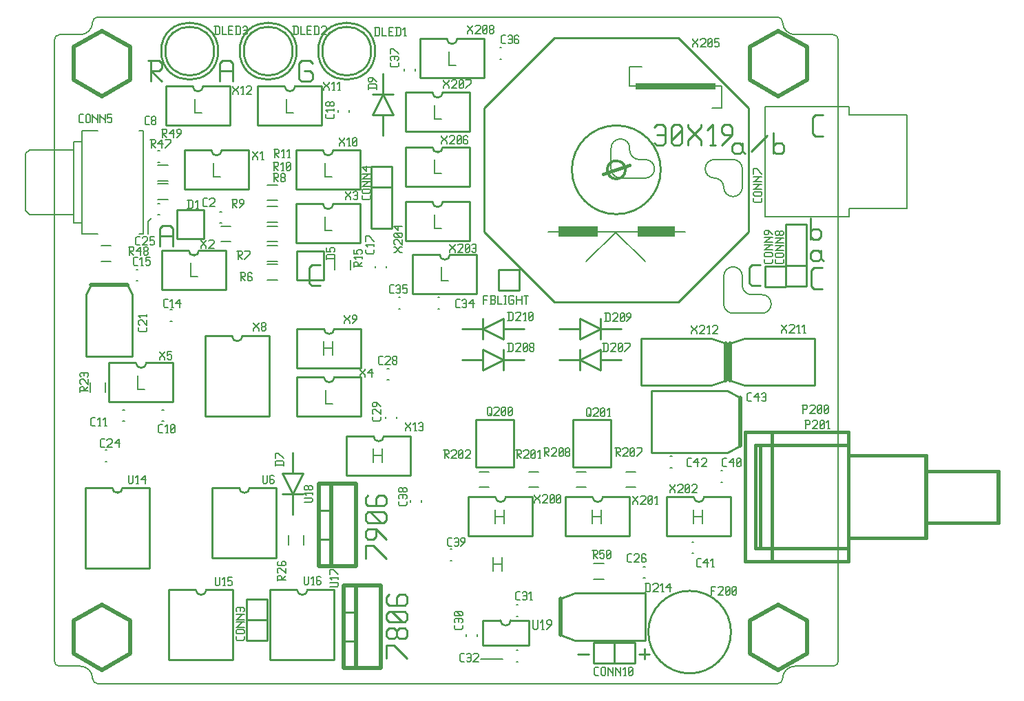
<source format=gbr>
G04 start of page 11 for group -4079 idx -4079 *
G04 Title: (unknown), topsilk *
G04 Creator: pcb 20091103 *
G04 CreationDate: Thu Nov 21 17:08:47 2024 UTC *
G04 For: bh *
G04 Format: Gerber/RS-274X *
G04 PCB-Dimensions: 560000 900000 *
G04 PCB-Coordinate-Origin: lower left *
%MOIN*%
%FSLAX25Y25*%
%LNTOPSILK*%
%ADD11C,0.0200*%
%ADD13C,0.0100*%
%ADD14C,0.0180*%
%ADD52C,0.0060*%
%ADD56C,0.0102*%
%ADD86C,0.0066*%
%ADD87C,0.0090*%
%ADD88C,0.0120*%
%ADD89C,0.0080*%
%ADD90C,0.0150*%
%ADD91C,0.0079*%
G54D11*G36*
X310000Y309000D02*Y314000D01*
X329000D01*
Y309000D01*
X310000D01*
G37*
G36*
X366500D02*X348500D01*
Y314000D01*
X366500D01*
Y309000D01*
G37*
G36*
X347500Y380500D02*Y383500D01*
X386000D01*
Y380500D01*
X347500D01*
G37*
G54D52*X111500Y310500D02*Y316500D01*
X113000Y318000D01*
X349000Y382000D02*X344500D01*
Y391500D01*
X305000Y311500D02*X315500D01*
X371500D02*X362000D01*
X325500D02*X354000D01*
X338000D02*X323500Y297000D01*
X337500Y311500D02*X352000Y297000D01*
X272500Y104500D02*X283000D01*
X344500Y391500D02*X350500D01*
X384500Y382000D02*X389000D01*
Y371500D01*
X384500D01*
G54D56*X117000Y313190D02*Y304300D01*
Y313190D02*X118270Y314460D01*
X122080D01*
X123350Y313190D01*
Y304300D01*
X117000Y309380D02*X123350D01*
G54D86*X143000Y344840D02*Y338200D01*
X146320D01*
G54D56*X190770Y285300D02*X194580D01*
X189500Y286570D02*X190770Y285300D01*
X189500Y294190D02*Y286570D01*
Y294190D02*X190770Y295460D01*
X194580D01*
G54D86*X106500Y241840D02*Y235200D01*
X109820D01*
X132000Y296340D02*Y289700D01*
X135320D01*
G54D56*X111500Y394460D02*X116580D01*
X117850Y393190D01*
Y390650D01*
X116580Y389380D02*X117850Y390650D01*
X112770Y389380D02*X116580D01*
X112770Y394460D02*Y384300D01*
Y389380D02*X117850Y384300D01*
X146000Y393190D02*Y384300D01*
Y393190D02*X147270Y394460D01*
X151080D01*
X152350Y393190D01*
Y384300D01*
X146000Y389380D02*X152350D01*
X189580Y394460D02*X190850Y393190D01*
X185770Y394460D02*X189580D01*
X184500Y393190D02*X185770Y394460D01*
X184500Y393190D02*Y385570D01*
X185770Y384300D01*
X189580D01*
X190850Y385570D01*
Y388110D02*Y385570D01*
X189580Y389380D02*X190850Y388110D01*
X187040Y389380D02*X189580D01*
G54D86*X178500Y375840D02*Y369200D01*
X181820D01*
X134000Y375840D02*Y369200D01*
X137320D01*
X257000Y398840D02*Y392200D01*
X260320D01*
X250000Y319840D02*Y313200D01*
X253320D01*
X250000Y346340D02*Y339700D01*
X253320D01*
X250000Y372840D02*Y366200D01*
X253320D01*
X197000Y344840D02*Y338200D01*
X200320D01*
X197000Y318840D02*Y312200D01*
X200320D01*
X253500Y294340D02*Y287700D01*
X256820D01*
X196500Y258340D02*Y251700D01*
X200650Y258340D02*Y251700D01*
X196500Y255020D02*X200650D01*
G54D56*X403770Y285300D02*X407580D01*
X402500Y286570D02*X403770Y285300D01*
X402500Y294190D02*Y286570D01*
Y294190D02*X403770Y295460D01*
X407580D01*
G54D86*X326500Y176840D02*Y170200D01*
X330650Y176840D02*Y170200D01*
X326500Y173520D02*X330650D01*
X375500Y176840D02*Y170200D01*
X379650Y176840D02*Y170200D01*
X375500Y173520D02*X379650D01*
G54D56*X319500Y106880D02*X324580D01*
X349000D02*X354080D01*
X351540Y109420D02*Y104340D01*
X236800Y104900D02*X230450Y111250D01*
X226640D02*X230450D01*
X226640D02*Y104900D01*
X235530Y114300D02*X236800Y115570D01*
X232990Y114300D02*X235530D01*
X232990D02*X231720Y115570D01*
Y118110D02*Y115570D01*
Y118110D02*X232990Y119380D01*
X235530D01*
X236800Y118110D02*X235530Y119380D01*
X236800Y118110D02*Y115570D01*
X230450Y114300D02*X231720Y115570D01*
X227910Y114300D02*X230450D01*
X227910D02*X226640Y115570D01*
Y118110D02*Y115570D01*
Y118110D02*X227910Y119380D01*
X230450D01*
X231720Y118110D02*X230450Y119380D01*
X235530Y122431D02*X236800Y123701D01*
X227910Y122431D02*X235530D01*
X227910D02*X226640Y123701D01*
Y126241D02*Y123701D01*
Y126241D02*X227910Y127511D01*
X235530D01*
X236800Y126241D02*X235530Y127511D01*
X236800Y126241D02*Y123701D01*
X234260Y122431D02*X229180Y127511D01*
X226640Y134371D02*X227910Y135641D01*
X226640Y134371D02*Y131831D01*
X227910Y130561D02*X226640Y131831D01*
X227910Y130561D02*X235530D01*
X236800Y131831D01*
X231720Y134371D02*X232990Y135641D01*
X231720Y134371D02*Y130561D01*
X236800Y134371D02*Y131831D01*
Y134371D02*X235530Y135641D01*
X232990D02*X235530D01*
X434270Y357800D02*X438080D01*
X433000Y359070D02*X434270Y357800D01*
X433000Y366690D02*Y359070D01*
Y366690D02*X434270Y367960D01*
X438080D01*
X433770Y283800D02*X437580D01*
X432500Y285070D02*X433770Y283800D01*
X432500Y292690D02*Y285070D01*
Y292690D02*X433770Y293960D01*
X437580D01*
X432000Y317960D02*Y307800D01*
Y309070D02*X433270Y307800D01*
X435810D01*
X437080Y309070D01*
Y311610D02*Y309070D01*
X435810Y312880D02*X437080Y311610D01*
X433270Y312880D02*X435810D01*
X432000Y311610D02*X433270Y312880D01*
X435810Y302380D02*X437080Y301110D01*
X433270Y302380D02*X435810D01*
X432000Y301110D02*X433270Y302380D01*
X432000Y301110D02*Y298570D01*
X433270Y297300D01*
X437080Y302380D02*Y298570D01*
X438350Y297300D01*
X433270D02*X435810D01*
X437080Y298570D01*
X356500Y362190D02*X357770Y363460D01*
X360310D01*
X361580Y362190D01*
Y354570D01*
X360310Y353300D02*X361580Y354570D01*
X357770Y353300D02*X360310D01*
X356500Y354570D02*X357770Y353300D01*
Y358380D02*X361580D01*
X364630Y354570D02*X365900Y353300D01*
X364630Y362190D02*Y354570D01*
Y362190D02*X365900Y363460D01*
X368440D01*
X369710Y362190D01*
Y354570D01*
X368440Y353300D02*X369710Y354570D01*
X365900Y353300D02*X368440D01*
X364630Y355840D02*X369710Y360920D01*
X372761Y363460D02*Y362190D01*
X379111Y355840D01*
Y353300D01*
X372761Y355840D02*Y353300D01*
Y355840D02*X379111Y362190D01*
Y363460D02*Y362190D01*
X383431Y353300D02*X385971D01*
X384701Y363460D02*Y353300D01*
X382161Y360920D02*X384701Y363460D01*
X389022Y353300D02*X394102Y358380D01*
Y362190D02*Y358380D01*
X392832Y363460D02*X394102Y362190D01*
X390292Y363460D02*X392832D01*
X389022Y362190D02*X390292Y363460D01*
X389022Y362190D02*Y359650D01*
X390292Y358380D01*
X394102D01*
X397810Y354380D02*X399080Y353110D01*
X395270Y354380D02*X397810D01*
X394000Y353110D02*X395270Y354380D01*
X394000Y353110D02*Y350570D01*
X395270Y349300D01*
X399080Y354380D02*Y350570D01*
X400350Y349300D01*
X395270D02*X397810D01*
X399080Y350570D01*
X403400D02*X411020Y358190D01*
X414071Y359460D02*Y349300D01*
Y350570D02*X415341Y349300D01*
X417881D01*
X419151Y350570D01*
Y353110D02*Y350570D01*
X417881Y354380D02*X419151Y353110D01*
X415341Y354380D02*X417881D01*
X414071Y353110D02*X415341Y354380D01*
X226700Y153000D02*X220350Y159350D01*
X216540D02*X220350D01*
X216540D02*Y153000D01*
X226700Y162400D02*X221620Y167480D01*
X217810D02*X221620D01*
X216540Y166210D02*X217810Y167480D01*
X216540Y166210D02*Y163670D01*
X217810Y162400D02*X216540Y163670D01*
X217810Y162400D02*X220350D01*
X221620Y163670D01*
Y167480D02*Y163670D01*
X225430Y170531D02*X226700Y171801D01*
X217810Y170531D02*X225430D01*
X217810D02*X216540Y171801D01*
Y174341D02*Y171801D01*
Y174341D02*X217810Y175611D01*
X225430D01*
X226700Y174341D02*X225430Y175611D01*
X226700Y174341D02*Y171801D01*
X224160Y170531D02*X219080Y175611D01*
X216540Y182471D02*X217810Y183741D01*
X216540Y182471D02*Y179931D01*
X217810Y178661D02*X216540Y179931D01*
X217810Y178661D02*X225430D01*
X226700Y179931D01*
X221620Y182471D02*X222890Y183741D01*
X221620Y182471D02*Y178661D01*
X226700Y182471D02*Y179931D01*
Y182471D02*X225430Y183741D01*
X222890D02*X225430D01*
G54D86*X278500Y153840D02*Y147200D01*
X282650Y153840D02*Y147200D01*
X278500Y150520D02*X282650D01*
X197500Y234840D02*Y228200D01*
X200820D01*
X279500Y176840D02*Y170200D01*
X283650Y176840D02*Y170200D01*
X279500Y173520D02*X283650D01*
X220500Y206340D02*Y199700D01*
X224650Y206340D02*Y199700D01*
X220500Y203020D02*X224650D01*
G54D87*X308000Y405500D02*X368000D01*
X308000Y277500D02*X368000D01*
X274000Y371500D02*Y311500D01*
X402000Y371500D02*Y311500D01*
X368000Y405500D02*X402000Y371500D01*
X308000Y405500D02*X274000Y371500D01*
X368000Y277500D02*X402000Y311500D01*
X308000Y277500D02*X274000Y311500D01*
G54D14*X344200Y343700D02*X331800Y339300D01*
G54D88*X342400Y341500D02*G75*G03X333600Y341500I-4400J0D01*G01*
G75*G03X342400Y341500I4400J0D01*G01*
G54D87*X359500D02*G75*G03X316500Y341500I-21500J0D01*G01*
G75*G03X359500Y341500I21500J0D01*G01*
G54D11*X430280Y385044D02*Y400956D01*
X402720Y385044D02*Y400956D01*
X430280Y385044D02*X416500Y377089D01*
X430280Y400956D02*X416500Y408911D01*
X402720Y385044D02*X416500Y377089D01*
X402720Y400956D02*X416500Y408911D01*
G54D89*X410055Y318925D02*X450606D01*
Y322862D02*X478559D01*
X410055Y372075D02*X450606D01*
Y368138D02*X478559D01*
X410055Y318925D02*Y372075D01*
X478559Y322862D02*Y368138D01*
X450606Y318925D02*Y322862D01*
Y372075D02*Y368138D01*
G54D13*X263500Y264500D02*X273500D01*
X283500D02*X293500D01*
X273500D02*X283500Y269500D01*
Y259500D01*
X273500Y264500D01*
Y269500D02*Y259500D01*
G54D89*X251607Y279755D02*X252393D01*
X251607Y274245D02*X252393D01*
G54D13*X283500Y249500D02*X293500D01*
X263500D02*X273500D01*
X283500D02*X273500Y244500D01*
Y254500D02*Y244500D01*
Y254500D02*X283500Y249500D01*
Y254500D02*Y244500D01*
X281000Y293000D02*Y283000D01*
X291000D01*
Y293000D01*
X281000D01*
G54D89*X227107Y239745D02*X227893D01*
X227107Y245255D02*X227893D01*
X232607Y279755D02*X233393D01*
X232607Y274245D02*X233393D01*
G54D13*X236000Y326000D02*Y307000D01*
X267000D01*
Y326000D01*
X236000D02*X249000D01*
X267000D02*X254000D01*
X249000D02*G75*G03X254000Y326000I2500J0D01*G01*
G54D89*X271638Y195240D02*X276362D01*
X271638Y187760D02*X276362D01*
G54D13*X266500Y183000D02*Y164000D01*
X297500D01*
Y183000D01*
X266500D02*X279500D01*
X297500D02*X284500D01*
X279500D02*G75*G03X284500Y183000I2500J0D01*G01*
G54D89*X257607Y157755D02*X258393D01*
X257607Y152245D02*X258393D01*
G54D13*X270000Y220410D02*Y197300D01*
X288300D01*
Y220410D01*
X270000D01*
G54D89*X243755Y181393D02*Y180607D01*
X238245Y181393D02*Y180607D01*
G54D13*X236000Y379000D02*Y360000D01*
X267000D01*
Y379000D01*
X236000D02*X249000D01*
X267000D02*X254000D01*
X249000D02*G75*G03X254000Y379000I2500J0D01*G01*
X236000Y352500D02*Y333500D01*
X267000D01*
Y352500D01*
X236000D02*X249000D01*
X267000D02*X254000D01*
X249000D02*G75*G03X254000Y352500I2500J0D01*G01*
G54D89*X281607Y395245D02*X282393D01*
X281607Y400755D02*X282393D01*
G54D13*X243000Y405000D02*Y386000D01*
X274000D01*
Y405000D01*
X243000D02*X256000D01*
X274000D02*X261000D01*
X256000D02*G75*G03X261000Y405000I2500J0D01*G01*
G54D89*X235245Y390393D02*Y389607D01*
X240755Y390393D02*Y389607D01*
G54D13*X330500Y264500D02*X340500D01*
X310500D02*X320500D01*
X330500D02*X320500Y259500D01*
Y269500D02*Y259500D01*
Y269500D02*X330500Y264500D01*
Y269500D02*Y259500D01*
X310500Y249500D02*X320500D01*
X330500D02*X340500D01*
X320500D02*X330500Y254500D01*
Y244500D01*
X320500Y249500D01*
Y254500D02*Y244500D01*
X313500Y183000D02*Y164000D01*
X344500D01*
Y183000D01*
X313500D02*X326500D01*
X344500D02*X331500D01*
X326500D02*G75*G03X331500Y183000I2500J0D01*G01*
G54D89*X342638Y195240D02*X347362D01*
X342638Y187760D02*X347362D01*
G54D11*X397900Y231200D02*Y207800D01*
G54D13*Y231200D02*X391800Y234500D01*
X355100D02*X391800D01*
X355100D02*Y204500D01*
X391800D01*
X397900Y207800D01*
G54D89*X364107Y202755D02*X364893D01*
X364107Y197245D02*X364893D01*
G54D13*X362500Y183000D02*Y164000D01*
X393500D01*
Y183000D01*
X362500D02*X375500D01*
X393500D02*X380500D01*
X375500D02*G75*G03X380500Y183000I2500J0D01*G01*
G54D89*X374607Y161255D02*X375393D01*
X374607Y155745D02*X375393D01*
X388607Y195755D02*X389393D01*
X388607Y190245D02*X389393D01*
G54D11*X391100Y257400D02*Y239600D01*
G54D13*Y257400D02*X384100Y259900D01*
X349900D02*X384100D01*
X349900D02*Y237100D01*
X384100D01*
X391100Y239600D01*
G54D11*X430280Y107044D02*Y122956D01*
X402720Y107044D02*Y122956D01*
X430280Y107044D02*X416500Y99089D01*
X430280Y122956D02*X416500Y130911D01*
X402720Y107044D02*X416500Y99089D01*
X402720Y122956D02*X416500Y130911D01*
G54D90*X407800Y208000D02*Y158000D01*
X487800Y195500D02*X522800D01*
Y170500D01*
X487800D02*X522800D01*
X487800Y183000D02*Y163000D01*
X450300D02*X487800D01*
Y203000D02*Y183000D01*
X450300Y203000D02*X487800D01*
X405300Y158000D02*X415300D01*
X405300Y208000D02*Y158000D01*
Y208000D02*X415300D01*
X430300Y158000D02*X450300D01*
Y208000D02*Y158000D01*
X430300Y208000D02*X450300D01*
X415300D02*X430300D01*
X415300Y158000D02*X430300D01*
X413500Y214300D02*Y151700D01*
X488000Y195500D02*X523000D01*
Y170500D01*
X488000D02*X523000D01*
X488000Y183000D02*Y163000D01*
X450500D02*X488000D01*
Y203000D02*Y183000D01*
X450500Y203000D02*X488000D01*
X400500Y151700D02*X415500D01*
X400500Y214300D02*Y151700D01*
Y214300D02*X415500D01*
X430500Y151700D02*X450500D01*
Y214300D02*Y151700D01*
X430500Y214300D02*X450500D01*
X415500D02*X430500D01*
X415500Y151700D02*X430500D01*
G54D89*X351064Y149148D02*X351850D01*
X351064Y143638D02*X351850D01*
G54D13*X393500Y117500D02*G75*G03X393500Y117500I-20000J0D01*G01*
G54D89*X318638Y195240D02*X323362D01*
X318638Y187760D02*X323362D01*
G54D13*X317000Y220410D02*Y197300D01*
X335300D01*
Y220410D01*
X317000D01*
G54D89*X327138Y143260D02*X331862D01*
X327138Y150740D02*X331862D01*
X295638Y195240D02*X300362D01*
X295638Y187760D02*X300362D01*
G54D13*X273200Y123200D02*X281900D01*
X286900D02*X295700D01*
Y111000D01*
X273200D01*
Y123200D01*
X281900D02*G75*G03X286900Y123200I2500J0D01*G01*
G54D89*X289607Y130755D02*X290393D01*
X289607Y125245D02*X290393D01*
X265245Y116393D02*Y115607D01*
X270755Y116393D02*Y115607D01*
G54D11*X310900Y133900D02*Y116100D01*
G54D13*X317900Y113600D01*
X352100D01*
Y136400D02*Y113600D01*
X317900Y136400D02*X352100D01*
X317900D02*X310900Y133900D01*
G54D89*X289607Y108755D02*X290393D01*
X289607Y103245D02*X290393D01*
G54D13*X327000Y112500D02*X347000D01*
X327000D02*Y102500D01*
X347000D01*
Y112500D02*Y102500D01*
X337000Y112500D02*Y102500D01*
X347000D01*
X410094Y294940D02*Y284940D01*
X420094D01*
Y294940D01*
X410094D01*
X430000Y315000D02*Y285000D01*
X420000Y315000D02*X430000D01*
X420000D02*Y285000D01*
X430000D01*
X420000Y295000D02*X430000D01*
X420000D02*Y285000D01*
G54D11*X392900Y257400D02*Y239600D01*
G54D13*X399900Y237100D01*
X434100D01*
Y259900D01*
X399900D01*
X392900Y257400D01*
G54D11*X194000Y189500D02*Y149500D01*
Y189500D02*X212000D01*
Y149500D01*
X194000D02*X212000D01*
X194000Y189500D02*Y149500D01*
Y189500D02*X200000D01*
Y149500D01*
X194000D02*X200000D01*
G54D13*X194000Y162500D02*X200000D01*
X194000Y176500D02*X200000D01*
G54D11*X206000Y140000D02*Y100000D01*
Y140000D02*X224000D01*
Y100000D01*
X206000D02*X224000D01*
X206000Y140000D02*Y100000D01*
Y140000D02*X212000D01*
Y100000D01*
X206000D02*X212000D01*
G54D13*X206000Y113000D02*X212000D01*
X206000Y127000D02*X212000D01*
G54D89*X226245Y221893D02*Y221107D01*
X231755Y221893D02*Y221107D01*
G54D13*X207500Y212500D02*Y193500D01*
X238500D01*
Y212500D01*
X207500D02*X220500D01*
X238500D02*X225500D01*
X220500D02*G75*G03X225500Y212500I2500J0D01*G01*
X183500Y241000D02*Y222000D01*
X214500D01*
Y241000D01*
X183500D02*X196500D01*
X214500D02*X201500D01*
X196500D02*G75*G03X201500Y241000I2500J0D01*G01*
X169000Y133500D02*Y113500D01*
X159000Y133500D02*X169000D01*
X159000D02*Y113500D01*
X169000D01*
X159000Y123500D02*X169000D01*
X159000D02*Y113500D01*
X81000Y187500D02*Y148500D01*
X112000D01*
Y187500D01*
X81000D02*X94000D01*
X112000D02*X99000D01*
X94000D02*G75*G03X99000Y187500I2500J0D01*G01*
X170500Y138000D02*Y104000D01*
X201500D01*
Y138000D01*
X170500D02*X183500D01*
X201500D02*X188500D01*
X183500D02*G75*G03X188500Y138000I2500J0D01*G01*
G54D11*X102780Y107044D02*Y122956D01*
X75220Y107044D02*Y122956D01*
X102780Y107044D02*X89000Y99089D01*
X102780Y122956D02*X89000Y130911D01*
X75220Y107044D02*X89000Y99089D01*
X75220Y122956D02*X89000Y130911D01*
G54D13*X121500Y138000D02*Y104000D01*
X152500D01*
Y138000D01*
X121500D02*X134500D01*
X152500D02*X139500D01*
X134500D02*G75*G03X139500Y138000I2500J0D01*G01*
X181500Y184500D02*Y174500D01*
Y204500D02*Y194500D01*
Y184500D02*X176500Y194500D01*
X186500D01*
X181500Y184500D01*
X176500D02*X186500D01*
G54D89*X179260Y164362D02*Y159638D01*
X186740Y164362D02*Y159638D01*
G54D13*X142500Y187500D02*Y153500D01*
X173500D01*
Y187500D01*
X142500D02*X155500D01*
X173500D02*X160500D01*
X155500D02*G75*G03X160500Y187500I2500J0D01*G01*
G54D89*X90607Y200245D02*X91393D01*
X90607Y205755D02*X91393D01*
X99107Y219745D02*X99893D01*
X99107Y225255D02*X99893D01*
X83260Y238362D02*Y233638D01*
X90740Y238362D02*Y233638D01*
G54D13*X92500Y248000D02*Y229000D01*
X123500D01*
Y248000D01*
X92500D02*X105500D01*
X123500D02*X110500D01*
X105500D02*G75*G03X110500Y248000I2500J0D01*G01*
G54D89*X118107Y225255D02*X118893D01*
X118107Y219745D02*X118893D01*
G54D13*X139000Y261000D02*Y222000D01*
X170000D01*
Y261000D01*
X139000D02*X152000D01*
X170000D02*X157000D01*
X152000D02*G75*G03X157000Y261000I2500J0D01*G01*
G54D89*X116107Y325255D02*X116893D01*
X116107Y319745D02*X116893D01*
G54D13*X239500Y300500D02*Y281500D01*
X270500D01*
Y300500D01*
X239500D02*X252500D01*
X270500D02*X257500D01*
X252500D02*G75*G03X257500Y300500I2500J0D01*G01*
X219500Y343000D02*Y313000D01*
X229500D01*
Y343000D01*
X219500D01*
Y333000D02*X229500D01*
Y343000D01*
G54D89*X169138Y314240D02*X173862D01*
X169138Y306760D02*X173862D01*
X146638Y314240D02*X151362D01*
X146638Y306760D02*X151362D01*
X146107Y321255D02*X146893D01*
X146107Y315745D02*X146893D01*
G54D13*X183000Y351000D02*Y332000D01*
X214000D01*
Y351000D01*
X183000D02*X196000D01*
X214000D02*X201000D01*
X196000D02*G75*G03X201000Y351000I2500J0D01*G01*
G54D91*X75504Y315815D02*X79441D01*
X75504Y355185D02*X79441D01*
X75504D02*Y315815D01*
X53850Y351248D02*X75504D01*
X51882Y349280D02*X53850Y351248D01*
X51882Y349280D02*Y321721D01*
X53850Y319752D02*X51882Y321721D01*
X53850Y319752D02*X75504D01*
X79441Y360500D02*Y310500D01*
X87000D01*
X79441Y360500D02*X87000D01*
X107000Y310500D02*X109000D01*
X107000Y360500D02*X109000D01*
Y310500D01*
G54D89*X116138Y343740D02*X120862D01*
X116138Y336260D02*X120862D01*
X116138Y327260D02*X120862D01*
X116138Y334740D02*X120862D01*
G54D11*X102780Y385044D02*Y400956D01*
X75220Y385044D02*Y400956D01*
X102780Y385044D02*X89000Y377089D01*
X102780Y400956D02*X89000Y408911D01*
X75220Y385044D02*X89000Y377089D01*
X75220Y400956D02*X89000Y408911D01*
G54D13*X119700Y399000D02*G75*G03X119700Y399000I11800J0D01*G01*
X117700D02*G75*G03X117700Y399000I13800J0D01*G01*
G54D89*X203245Y370393D02*Y369607D01*
X208755Y370393D02*Y369607D01*
G54D13*X225000Y388000D02*Y378000D01*
Y368000D02*Y358000D01*
Y378000D02*X230000Y368000D01*
X220000D02*X230000D01*
X220000D02*X225000Y378000D01*
X220000D02*X230000D01*
X120000Y382000D02*Y363000D01*
X151000D01*
Y382000D01*
X120000D02*X133000D01*
X151000D02*X138000D01*
X133000D02*G75*G03X138000Y382000I2500J0D01*G01*
X157700Y399000D02*G75*G03X157700Y399000I11800J0D01*G01*
X155700D02*G75*G03X155700Y399000I13800J0D01*G01*
X195700D02*G75*G03X195700Y399000I11800J0D01*G01*
X193700D02*G75*G03X193700Y399000I13800J0D01*G01*
X164500Y382000D02*Y363000D01*
X195500D01*
Y382000D01*
X164500D02*X177500D01*
X195500D02*X182500D01*
X177500D02*G75*G03X182500Y382000I2500J0D01*G01*
G54D89*X122107Y268245D02*X122893D01*
X122107Y273755D02*X122893D01*
X105607Y293255D02*X106393D01*
X105607Y287745D02*X106393D01*
X88638Y304740D02*X93362D01*
X88638Y297260D02*X93362D01*
G54D11*X83800Y285800D02*X101200D01*
G54D13*X83800D02*X81300Y281000D01*
Y251200D01*
X103700D01*
Y281000D02*Y251200D01*
Y281000D02*X101200Y285800D01*
G54D89*X116107Y350755D02*X116893D01*
X116107Y345245D02*X116893D01*
G54D13*X183500Y264500D02*Y245500D01*
X214500D01*
Y264500D01*
X183500D02*X196500D01*
X214500D02*X201500D01*
X196500D02*G75*G03X201500Y264500I2500J0D01*G01*
G54D89*X226755Y294893D02*Y294107D01*
X221245Y294893D02*Y294107D01*
X201760Y297862D02*Y293138D01*
X209240Y297862D02*Y293138D01*
G54D13*X183500Y302000D02*Y288100D01*
X196300D01*
Y302000D01*
X183500D01*
G54D89*X169138Y288260D02*X173862D01*
X169138Y295740D02*X173862D01*
G54D13*X129000Y351000D02*Y332000D01*
X160000D01*
Y351000D01*
X129000D02*X142000D01*
X160000D02*X147000D01*
X142000D02*G75*G03X147000Y351000I2500J0D01*G01*
X125500Y322000D02*Y308100D01*
X138300D01*
Y322000D01*
X125500D01*
X183000Y325000D02*Y306000D01*
X214000D01*
Y325000D01*
X183000D02*X196000D01*
X214000D02*X201000D01*
X196000D02*G75*G03X201000Y325000I2500J0D01*G01*
G54D89*X169138Y304740D02*X173862D01*
X169138Y297260D02*X173862D01*
X169138Y323740D02*X173862D01*
X169138Y316260D02*X173862D01*
X169138Y326760D02*X173862D01*
X169138Y334240D02*X173862D01*
G54D13*X118000Y302500D02*Y283500D01*
X149000D01*
Y302500D01*
X118000D02*X131000D01*
X149000D02*X136000D01*
X131000D02*G75*G03X136000Y302500I2500J0D01*G01*
G54D52*X418000Y266600D02*Y266100D01*
X420500Y263600D01*
Y262600D01*
X418000Y263600D02*Y262600D01*
Y263600D02*X420500Y266100D01*
Y266600D02*Y266100D01*
X421701D02*X422201Y266600D01*
X423701D01*
X424201Y266100D01*
Y265100D01*
X421701Y262600D02*X424201Y265100D01*
X421701Y262600D02*X424201D01*
X425902D02*X426902D01*
X426402Y266600D02*Y262600D01*
X425402Y265600D02*X426402Y266600D01*
X428603Y262600D02*X429603D01*
X429103Y266600D02*Y262600D01*
X428103Y265600D02*X429103Y266600D01*
X413547Y298220D02*Y296720D01*
X413047Y296220D02*X413547Y296720D01*
X410047Y296220D02*X413047D01*
X410047D02*X409547Y296720D01*
Y298220D02*Y296720D01*
X410047Y299421D02*X413047D01*
X410047D02*X409547Y299921D01*
Y300921D02*Y299921D01*
Y300921D02*X410047Y301421D01*
X413047D01*
X413547Y300921D02*X413047Y301421D01*
X413547Y300921D02*Y299921D01*
X413047Y299421D02*X413547Y299921D01*
X409547Y302622D02*X413547D01*
X409547D02*X410047D01*
X412547Y305122D01*
X409547D02*X413547D01*
X409547Y306323D02*X413547D01*
X409547D02*X410047D01*
X412547Y308823D01*
X409547D02*X413547D01*
Y310024D02*X411547Y312024D01*
X410047D02*X411547D01*
X409547Y311524D02*X410047Y312024D01*
X409547Y311524D02*Y310524D01*
X410047Y310024D02*X409547Y310524D01*
X410047Y310024D02*X411047D01*
X411547Y310524D01*
Y312024D02*Y310524D01*
X419000Y298000D02*Y296500D01*
X418500Y296000D02*X419000Y296500D01*
X415500Y296000D02*X418500D01*
X415500D02*X415000Y296500D01*
Y298000D02*Y296500D01*
X415500Y299201D02*X418500D01*
X415500D02*X415000Y299701D01*
Y300701D02*Y299701D01*
Y300701D02*X415500Y301201D01*
X418500D01*
X419000Y300701D02*X418500Y301201D01*
X419000Y300701D02*Y299701D01*
X418500Y299201D02*X419000Y299701D01*
X415000Y302402D02*X419000D01*
X415000D02*X415500D01*
X418000Y304902D01*
X415000D02*X419000D01*
X415000Y306103D02*X419000D01*
X415000D02*X415500D01*
X418000Y308603D01*
X415000D02*X419000D01*
X418500Y309804D02*X419000Y310304D01*
X417500Y309804D02*X418500D01*
X417500D02*X417000Y310304D01*
Y311304D02*Y310304D01*
Y311304D02*X417500Y311804D01*
X418500D01*
X419000Y311304D02*X418500Y311804D01*
X419000Y311304D02*Y310304D01*
X416500Y309804D02*X417000Y310304D01*
X415500Y309804D02*X416500D01*
X415500D02*X415000Y310304D01*
Y311304D02*Y310304D01*
Y311304D02*X415500Y311804D01*
X416500D01*
X417000Y311304D02*X416500Y311804D01*
X375000Y405000D02*Y404500D01*
X377500Y402000D01*
Y401000D01*
X375000Y402000D02*Y401000D01*
Y402000D02*X377500Y404500D01*
Y405000D02*Y404500D01*
X378701D02*X379201Y405000D01*
X380701D01*
X381201Y404500D01*
Y403500D01*
X378701Y401000D02*X381201Y403500D01*
X378701Y401000D02*X381201D01*
X382402Y401500D02*X382902Y401000D01*
X382402Y404500D02*Y401500D01*
Y404500D02*X382902Y405000D01*
X383902D01*
X384402Y404500D01*
Y401500D01*
X383902Y401000D02*X384402Y401500D01*
X382902Y401000D02*X383902D01*
X382402Y402000D02*X384402Y404000D01*
X385603Y405000D02*X387603D01*
X385603D02*Y403000D01*
X386103Y403500D01*
X387103D01*
X387603Y403000D01*
Y401500D01*
X387103Y401000D02*X387603Y401500D01*
X386103Y401000D02*X387103D01*
X385603Y401500D02*X386103Y401000D01*
X374500Y266100D02*Y265600D01*
X377000Y263100D01*
Y262100D01*
X374500Y263100D02*Y262100D01*
Y263100D02*X377000Y265600D01*
Y266100D02*Y265600D01*
X378201D02*X378701Y266100D01*
X380201D01*
X380701Y265600D01*
Y264600D01*
X378201Y262100D02*X380701Y264600D01*
X378201Y262100D02*X380701D01*
X382402D02*X383402D01*
X382902Y266100D02*Y262100D01*
X381902Y265100D02*X382902Y266100D01*
X384603Y265600D02*X385103Y266100D01*
X386603D01*
X387103Y265600D01*
Y264600D01*
X384603Y262100D02*X387103Y264600D01*
X384603Y262100D02*X387103D01*
X408500Y327657D02*Y326157D01*
X408000Y325657D02*X408500Y326157D01*
X405000Y325657D02*X408000D01*
X405000D02*X404500Y326157D01*
Y327657D02*Y326157D01*
X405000Y328858D02*X408000D01*
X405000D02*X404500Y329358D01*
Y330358D02*Y329358D01*
Y330358D02*X405000Y330858D01*
X408000D01*
X408500Y330358D02*X408000Y330858D01*
X408500Y330358D02*Y329358D01*
X408000Y328858D02*X408500Y329358D01*
X404500Y332059D02*X408500D01*
X404500D02*X405000D01*
X407500Y334559D01*
X404500D02*X408500D01*
X404500Y335760D02*X408500D01*
X404500D02*X405000D01*
X407500Y338260D01*
X404500D02*X408500D01*
Y339461D02*X406000Y341961D01*
X404500D02*X406000D01*
X404500D02*Y339461D01*
X402000Y229400D02*X403500D01*
X401500Y229900D02*X402000Y229400D01*
X401500Y232900D02*Y229900D01*
Y232900D02*X402000Y233400D01*
X403500D01*
X404701Y231400D02*X406701Y233400D01*
X404701Y231400D02*X407201D01*
X406701Y233400D02*Y229400D01*
X408402Y232900D02*X408902Y233400D01*
X409902D01*
X410402Y232900D01*
Y229900D01*
X409902Y229400D02*X410402Y229900D01*
X408902Y229400D02*X409902D01*
X408402Y229900D02*X408902Y229400D01*
Y231400D02*X410402D01*
X282850Y402650D02*X284350D01*
X282350Y403150D02*X282850Y402650D01*
X282350Y406150D02*Y403150D01*
Y406150D02*X282850Y406650D01*
X284350D01*
X285551Y406150D02*X286051Y406650D01*
X287051D01*
X287551Y406150D01*
Y403150D01*
X287051Y402650D02*X287551Y403150D01*
X286051Y402650D02*X287051D01*
X285551Y403150D02*X286051Y402650D01*
Y404650D02*X287551D01*
X290252Y406650D02*X290752Y406150D01*
X289252Y406650D02*X290252D01*
X288752Y406150D02*X289252Y406650D01*
X288752Y406150D02*Y403150D01*
X289252Y402650D01*
X290252Y404650D02*X290752Y404150D01*
X288752Y404650D02*X290252D01*
X289252Y402650D02*X290252D01*
X290752Y403150D01*
Y404150D02*Y403150D01*
X257500Y305500D02*Y305000D01*
X260000Y302500D01*
Y301500D01*
X257500Y302500D02*Y301500D01*
Y302500D02*X260000Y305000D01*
Y305500D02*Y305000D01*
X261201D02*X261701Y305500D01*
X263201D01*
X263701Y305000D01*
Y304000D01*
X261201Y301500D02*X263701Y304000D01*
X261201Y301500D02*X263701D01*
X264902Y302000D02*X265402Y301500D01*
X264902Y305000D02*Y302000D01*
Y305000D02*X265402Y305500D01*
X266402D01*
X266902Y305000D01*
Y302000D01*
X266402Y301500D02*X266902Y302000D01*
X265402Y301500D02*X266402D01*
X264902Y302500D02*X266902Y304500D01*
X268103Y305000D02*X268603Y305500D01*
X269603D01*
X270103Y305000D01*
Y302000D01*
X269603Y301500D02*X270103Y302000D01*
X268603Y301500D02*X269603D01*
X268103Y302000D02*X268603Y301500D01*
Y303500D02*X270103D01*
X210850Y296350D02*Y294350D01*
Y296350D02*X211350Y296850D01*
X212350D01*
X212850Y296350D02*X212350Y296850D01*
X212850Y296350D02*Y294850D01*
X210850D02*X214850D01*
X212850D02*X214850Y296850D01*
Y299551D02*Y298551D01*
X210850Y299051D02*X214850D01*
X211850Y298051D02*X210850Y299051D01*
Y302752D02*Y300752D01*
X212850D01*
X212350Y301252D01*
Y302252D02*Y301252D01*
Y302252D02*X212850Y302752D01*
X214350D01*
X214850Y302252D02*X214350Y302752D01*
X214850Y302252D02*Y301252D01*
X214350Y300752D02*X214850Y301252D01*
X230500Y301500D02*X231000D01*
X233500Y304000D01*
X234500D01*
X233500Y301500D02*X234500D01*
X233500D02*X231000Y304000D01*
X230500D02*X231000D01*
Y305201D02*X230500Y305701D01*
Y307201D02*Y305701D01*
Y307201D02*X231000Y307701D01*
X232000D01*
X234500Y305201D02*X232000Y307701D01*
X234500D02*Y305201D01*
X234000Y308902D02*X234500Y309402D01*
X231000Y308902D02*X234000D01*
X231000D02*X230500Y309402D01*
Y310402D02*Y309402D01*
Y310402D02*X231000Y310902D01*
X234000D01*
X234500Y310402D02*X234000Y310902D01*
X234500Y310402D02*Y309402D01*
X233500Y308902D02*X231500Y310902D01*
X232500Y312103D02*X230500Y314103D01*
X232500Y314603D02*Y312103D01*
X230500Y314103D02*X234500D01*
X206500Y271000D02*Y270500D01*
X209000Y268000D01*
Y267000D01*
X206500Y268000D02*Y267000D01*
Y268000D02*X209000Y270500D01*
Y271000D02*Y270500D01*
X210201Y267000D02*X212201Y269000D01*
Y270500D02*Y269000D01*
X211701Y271000D02*X212201Y270500D01*
X210701Y271000D02*X211701D01*
X210201Y270500D02*X210701Y271000D01*
X210201Y270500D02*Y269500D01*
X210701Y269000D01*
X212201D01*
X228807Y281757D02*X230307D01*
X228307Y282257D02*X228807Y281757D01*
X228307Y285257D02*Y282257D01*
Y285257D02*X228807Y285757D01*
X230307D01*
X231508Y285257D02*X232008Y285757D01*
X233008D01*
X233508Y285257D01*
Y282257D01*
X233008Y281757D02*X233508Y282257D01*
X232008Y281757D02*X233008D01*
X231508Y282257D02*X232008Y281757D01*
Y283757D02*X233508D01*
X234709Y285757D02*X236709D01*
X234709D02*Y283757D01*
X235209Y284257D01*
X236209D01*
X236709Y283757D01*
Y282257D01*
X236209Y281757D02*X236709Y282257D01*
X235209Y281757D02*X236209D01*
X234709Y282257D02*X235209Y281757D01*
X214000Y245000D02*Y244500D01*
X216500Y242000D01*
Y241000D01*
X214000Y242000D02*Y241000D01*
Y242000D02*X216500Y244500D01*
Y245000D02*Y244500D01*
X217701Y243000D02*X219701Y245000D01*
X217701Y243000D02*X220201D01*
X219701Y245000D02*Y241000D01*
X219000Y329000D02*Y327500D01*
X218500Y327000D02*X219000Y327500D01*
X215500Y327000D02*X218500D01*
X215500D02*X215000Y327500D01*
Y329000D02*Y327500D01*
X215500Y330201D02*X218500D01*
X215500D02*X215000Y330701D01*
Y331701D02*Y330701D01*
Y331701D02*X215500Y332201D01*
X218500D01*
X219000Y331701D02*X218500Y332201D01*
X219000Y331701D02*Y330701D01*
X218500Y330201D02*X219000Y330701D01*
X215000Y333402D02*X219000D01*
X215000D02*X215500D01*
X218000Y335902D01*
X215000D02*X219000D01*
X215000Y337103D02*X219000D01*
X215000D02*X215500D01*
X218000Y339603D01*
X215000D02*X219000D01*
X217000Y340804D02*X215000Y342804D01*
X217000Y343304D02*Y340804D01*
X215000Y342804D02*X219000D01*
X207000Y331000D02*Y330500D01*
X209500Y328000D01*
Y327000D01*
X207000Y328000D02*Y327000D01*
Y328000D02*X209500Y330500D01*
Y331000D02*Y330500D01*
X210701D02*X211201Y331000D01*
X212201D01*
X212701Y330500D01*
Y327500D01*
X212201Y327000D02*X212701Y327500D01*
X211201Y327000D02*X212201D01*
X210701Y327500D02*X211201Y327000D01*
Y329000D02*X212701D01*
X204000Y357000D02*Y356500D01*
X206500Y354000D01*
Y353000D01*
X204000Y354000D02*Y353000D01*
Y354000D02*X206500Y356500D01*
Y357000D02*Y356500D01*
X208201Y353000D02*X209201D01*
X208701Y357000D02*Y353000D01*
X207701Y356000D02*X208701Y357000D01*
X210402Y353500D02*X210902Y353000D01*
X210402Y356500D02*Y353500D01*
Y356500D02*X210902Y357000D01*
X211902D01*
X212402Y356500D01*
Y353500D01*
X211902Y353000D02*X212402Y353500D01*
X210902Y353000D02*X211902D01*
X210402Y354000D02*X212402Y356000D01*
X253500Y358000D02*Y357500D01*
X256000Y355000D01*
Y354000D01*
X253500Y355000D02*Y354000D01*
Y355000D02*X256000Y357500D01*
Y358000D02*Y357500D01*
X257201D02*X257701Y358000D01*
X259201D01*
X259701Y357500D01*
Y356500D01*
X257201Y354000D02*X259701Y356500D01*
X257201Y354000D02*X259701D01*
X260902Y354500D02*X261402Y354000D01*
X260902Y357500D02*Y354500D01*
Y357500D02*X261402Y358000D01*
X262402D01*
X262902Y357500D01*
Y354500D01*
X262402Y354000D02*X262902Y354500D01*
X261402Y354000D02*X262402D01*
X260902Y355000D02*X262902Y357000D01*
X265603Y358000D02*X266103Y357500D01*
X264603Y358000D02*X265603D01*
X264103Y357500D02*X264603Y358000D01*
X264103Y357500D02*Y354500D01*
X264603Y354000D01*
X265603Y356000D02*X266103Y355500D01*
X264103Y356000D02*X265603D01*
X264603Y354000D02*X265603D01*
X266103Y354500D01*
Y355500D02*Y354500D01*
X254500Y385000D02*Y384500D01*
X257000Y382000D01*
Y381000D01*
X254500Y382000D02*Y381000D01*
Y382000D02*X257000Y384500D01*
Y385000D02*Y384500D01*
X258201D02*X258701Y385000D01*
X260201D01*
X260701Y384500D01*
Y383500D01*
X258201Y381000D02*X260701Y383500D01*
X258201Y381000D02*X260701D01*
X261902Y381500D02*X262402Y381000D01*
X261902Y384500D02*Y381500D01*
Y384500D02*X262402Y385000D01*
X263402D01*
X263902Y384500D01*
Y381500D01*
X263402Y381000D02*X263902Y381500D01*
X262402Y381000D02*X263402D01*
X261902Y382000D02*X263902Y384000D01*
X265103Y381000D02*X267603Y383500D01*
Y385000D02*Y383500D01*
X265103Y385000D02*X267603D01*
X232564Y393350D02*Y391850D01*
X232064Y391350D02*X232564Y391850D01*
X229064Y391350D02*X232064D01*
X229064D02*X228564Y391850D01*
Y393350D02*Y391850D01*
X229064Y394551D02*X228564Y395051D01*
Y396051D02*Y395051D01*
Y396051D02*X229064Y396551D01*
X232064D01*
X232564Y396051D02*X232064Y396551D01*
X232564Y396051D02*Y395051D01*
X232064Y394551D02*X232564Y395051D01*
X230564Y396551D02*Y395051D01*
X232564Y397752D02*X230064Y400252D01*
X228564D02*X230064D01*
X228564D02*Y397752D01*
X218000Y381000D02*X222000D01*
X218000Y382500D02*X218500Y383000D01*
X221500D01*
X222000Y382500D02*X221500Y383000D01*
X222000Y382500D02*Y380500D01*
X218000Y382500D02*Y380500D01*
X222000Y384201D02*X220000Y386201D01*
X218500D02*X220000D01*
X218000Y385701D02*X218500Y386201D01*
X218000Y385701D02*Y384701D01*
X218500Y384201D02*X218000Y384701D01*
X218500Y384201D02*X219500D01*
X220000Y384701D01*
Y386201D02*Y384701D01*
X286000Y272500D02*Y268500D01*
X287500Y272500D02*X288000Y272000D01*
Y269000D01*
X287500Y268500D02*X288000Y269000D01*
X285500Y268500D02*X287500D01*
X285500Y272500D02*X287500D01*
X289201Y272000D02*X289701Y272500D01*
X291201D01*
X291701Y272000D01*
Y271000D01*
X289201Y268500D02*X291701Y271000D01*
X289201Y268500D02*X291701D01*
X293402D02*X294402D01*
X293902Y272500D02*Y268500D01*
X292902Y271500D02*X293902Y272500D01*
X295603Y269000D02*X296103Y268500D01*
X295603Y272000D02*Y269000D01*
Y272000D02*X296103Y272500D01*
X297103D01*
X297603Y272000D01*
Y269000D01*
X297103Y268500D02*X297603Y269000D01*
X296103Y268500D02*X297103D01*
X295603Y269500D02*X297603Y271500D01*
X286000Y257500D02*Y253500D01*
X287500Y257500D02*X288000Y257000D01*
Y254000D01*
X287500Y253500D02*X288000Y254000D01*
X285500Y253500D02*X287500D01*
X285500Y257500D02*X287500D01*
X289201Y257000D02*X289701Y257500D01*
X291201D01*
X291701Y257000D01*
Y256000D01*
X289201Y253500D02*X291701Y256000D01*
X289201Y253500D02*X291701D01*
X292902Y254000D02*X293402Y253500D01*
X292902Y257000D02*Y254000D01*
Y257000D02*X293402Y257500D01*
X294402D01*
X294902Y257000D01*
Y254000D01*
X294402Y253500D02*X294902Y254000D01*
X293402Y253500D02*X294402D01*
X292902Y254500D02*X294902Y256500D01*
X296103Y254000D02*X296603Y253500D01*
X296103Y255000D02*Y254000D01*
Y255000D02*X296603Y255500D01*
X297603D01*
X298103Y255000D01*
Y254000D01*
X297603Y253500D02*X298103Y254000D01*
X296603Y253500D02*X297603D01*
X296103Y256000D02*X296603Y255500D01*
X296103Y257000D02*Y256000D01*
Y257000D02*X296603Y257500D01*
X297603D01*
X298103Y257000D01*
Y256000D01*
X297603Y255500D02*X298103Y256000D01*
X333000Y272000D02*Y268000D01*
X334500Y272000D02*X335000Y271500D01*
Y268500D01*
X334500Y268000D02*X335000Y268500D01*
X332500Y268000D02*X334500D01*
X332500Y272000D02*X334500D01*
X336201Y271500D02*X336701Y272000D01*
X338201D01*
X338701Y271500D01*
Y270500D01*
X336201Y268000D02*X338701Y270500D01*
X336201Y268000D02*X338701D01*
X339902Y268500D02*X340402Y268000D01*
X339902Y271500D02*Y268500D01*
Y271500D02*X340402Y272000D01*
X341402D01*
X341902Y271500D01*
Y268500D01*
X341402Y268000D02*X341902Y268500D01*
X340402Y268000D02*X341402D01*
X339902Y269000D02*X341902Y271000D01*
X343103Y268000D02*X345103Y270000D01*
Y271500D02*Y270000D01*
X344603Y272000D02*X345103Y271500D01*
X343603Y272000D02*X344603D01*
X343103Y271500D02*X343603Y272000D01*
X343103Y271500D02*Y270500D01*
X343603Y270000D01*
X345103D01*
X332000Y257500D02*Y253500D01*
X333500Y257500D02*X334000Y257000D01*
Y254000D01*
X333500Y253500D02*X334000Y254000D01*
X331500Y253500D02*X333500D01*
X331500Y257500D02*X333500D01*
X335201Y257000D02*X335701Y257500D01*
X337201D01*
X337701Y257000D01*
Y256000D01*
X335201Y253500D02*X337701Y256000D01*
X335201Y253500D02*X337701D01*
X338902Y254000D02*X339402Y253500D01*
X338902Y257000D02*Y254000D01*
Y257000D02*X339402Y257500D01*
X340402D01*
X340902Y257000D01*
Y254000D01*
X340402Y253500D02*X340902Y254000D01*
X339402Y253500D02*X340402D01*
X338902Y254500D02*X340902Y256500D01*
X342103Y253500D02*X344603Y256000D01*
Y257500D02*Y256000D01*
X342103Y257500D02*X344603D01*
X273681Y280595D02*Y276595D01*
Y280595D02*X275681D01*
X273681Y278595D02*X275181D01*
X276882Y276595D02*X278882D01*
X279382Y277095D01*
Y278095D02*Y277095D01*
X278882Y278595D02*X279382Y278095D01*
X277382Y278595D02*X278882D01*
X277382Y280595D02*Y276595D01*
X276882Y280595D02*X278882D01*
X279382Y280095D01*
Y279095D01*
X278882Y278595D02*X279382Y279095D01*
X280583Y280595D02*Y276595D01*
X282583D01*
X283784Y280595D02*X284784D01*
X284284D02*Y276595D01*
X283784D02*X284784D01*
X287985Y280595D02*X288485Y280095D01*
X286485Y280595D02*X287985D01*
X285985Y280095D02*X286485Y280595D01*
X285985Y280095D02*Y277095D01*
X286485Y276595D01*
X287985D01*
X288485Y277095D01*
Y278095D02*Y277095D01*
X287985Y278595D02*X288485Y278095D01*
X286985Y278595D02*X287985D01*
X289686Y280595D02*Y276595D01*
X292186Y280595D02*Y276595D01*
X289686Y278595D02*X292186D01*
X293387Y280595D02*X295387D01*
X294387D02*Y276595D01*
X429700Y220000D02*Y216000D01*
X429200Y220000D02*X431200D01*
X431700Y219500D01*
Y218500D01*
X431200Y218000D02*X431700Y218500D01*
X429700Y218000D02*X431200D01*
X432901Y219500D02*X433401Y220000D01*
X434901D01*
X435401Y219500D01*
Y218500D01*
X432901Y216000D02*X435401Y218500D01*
X432901Y216000D02*X435401D01*
X436602Y216500D02*X437102Y216000D01*
X436602Y219500D02*Y216500D01*
Y219500D02*X437102Y220000D01*
X438102D01*
X438602Y219500D01*
Y216500D01*
X438102Y216000D02*X438602Y216500D01*
X437102Y216000D02*X438102D01*
X436602Y217000D02*X438602Y219000D01*
X440303Y216000D02*X441303D01*
X440803Y220000D02*Y216000D01*
X439803Y219000D02*X440803Y220000D01*
X428500Y227500D02*Y223500D01*
X428000Y227500D02*X430000D01*
X430500Y227000D01*
Y226000D01*
X430000Y225500D02*X430500Y226000D01*
X428500Y225500D02*X430000D01*
X431701Y227000D02*X432201Y227500D01*
X433701D01*
X434201Y227000D01*
Y226000D01*
X431701Y223500D02*X434201Y226000D01*
X431701Y223500D02*X434201D01*
X435402Y224000D02*X435902Y223500D01*
X435402Y227000D02*Y224000D01*
Y227000D02*X435902Y227500D01*
X436902D01*
X437402Y227000D01*
Y224000D01*
X436902Y223500D02*X437402Y224000D01*
X435902Y223500D02*X436902D01*
X435402Y224500D02*X437402Y226500D01*
X438603Y224000D02*X439103Y223500D01*
X438603Y227000D02*Y224000D01*
Y227000D02*X439103Y227500D01*
X440103D01*
X440603Y227000D01*
Y224000D01*
X440103Y223500D02*X440603Y224000D01*
X439103Y223500D02*X440103D01*
X438603Y224500D02*X440603Y226500D01*
X289350Y205650D02*X291350D01*
X291850Y205150D01*
Y204150D01*
X291350Y203650D02*X291850Y204150D01*
X289850Y203650D02*X291350D01*
X289850Y205650D02*Y201650D01*
Y203650D02*X291850Y201650D01*
X293051Y205150D02*X293551Y205650D01*
X295051D01*
X295551Y205150D01*
Y204150D01*
X293051Y201650D02*X295551Y204150D01*
X293051Y201650D02*X295551D01*
X296752Y202150D02*X297252Y201650D01*
X296752Y205150D02*Y202150D01*
Y205150D02*X297252Y205650D01*
X298252D01*
X298752Y205150D01*
Y202150D01*
X298252Y201650D02*X298752Y202150D01*
X297252Y201650D02*X298252D01*
X296752Y202650D02*X298752Y204650D01*
X300453Y201650D02*X301453D01*
X300953Y205650D02*Y201650D01*
X299953Y204650D02*X300953Y205650D01*
X254350D02*X256350D01*
X256850Y205150D01*
Y204150D01*
X256350Y203650D02*X256850Y204150D01*
X254850Y203650D02*X256350D01*
X254850Y205650D02*Y201650D01*
Y203650D02*X256850Y201650D01*
X258051Y205150D02*X258551Y205650D01*
X260051D01*
X260551Y205150D01*
Y204150D01*
X258051Y201650D02*X260551Y204150D01*
X258051Y201650D02*X260551D01*
X261752Y202150D02*X262252Y201650D01*
X261752Y205150D02*Y202150D01*
Y205150D02*X262252Y205650D01*
X263252D01*
X263752Y205150D01*
Y202150D01*
X263252Y201650D02*X263752Y202150D01*
X262252Y201650D02*X263252D01*
X261752Y202650D02*X263752Y204650D01*
X264953Y205150D02*X265453Y205650D01*
X266953D01*
X267453Y205150D01*
Y204150D01*
X264953Y201650D02*X267453Y204150D01*
X264953Y201650D02*X267453D01*
X298500Y184000D02*Y183500D01*
X301000Y181000D01*
Y180000D01*
X298500Y181000D02*Y180000D01*
Y181000D02*X301000Y183500D01*
Y184000D02*Y183500D01*
X302201D02*X302701Y184000D01*
X304201D01*
X304701Y183500D01*
Y182500D01*
X302201Y180000D02*X304701Y182500D01*
X302201Y180000D02*X304701D01*
X305902Y180500D02*X306402Y180000D01*
X305902Y183500D02*Y180500D01*
Y183500D02*X306402Y184000D01*
X307402D01*
X307902Y183500D01*
Y180500D01*
X307402Y180000D02*X307902Y180500D01*
X306402Y180000D02*X307402D01*
X305902Y181000D02*X307902Y183000D01*
X309103Y180500D02*X309603Y180000D01*
X309103Y183500D02*Y180500D01*
Y183500D02*X309603Y184000D01*
X310603D01*
X311103Y183500D01*
Y180500D01*
X310603Y180000D02*X311103Y180500D01*
X309603Y180000D02*X310603D01*
X309103Y181000D02*X311103Y183000D01*
X256850Y159150D02*X258350D01*
X256350Y159650D02*X256850Y159150D01*
X256350Y162650D02*Y159650D01*
Y162650D02*X256850Y163150D01*
X258350D01*
X259551Y162650D02*X260051Y163150D01*
X261051D01*
X261551Y162650D01*
Y159650D01*
X261051Y159150D02*X261551Y159650D01*
X260051Y159150D02*X261051D01*
X259551Y159650D02*X260051Y159150D01*
Y161150D02*X261551D01*
X262752Y159150D02*X264752Y161150D01*
Y162650D02*Y161150D01*
X264252Y163150D02*X264752Y162650D01*
X263252Y163150D02*X264252D01*
X262752Y162650D02*X263252Y163150D01*
X262752Y162650D02*Y161650D01*
X263252Y161150D01*
X264752D01*
X343850Y151436D02*X345350D01*
X343350Y151936D02*X343850Y151436D01*
X343350Y154936D02*Y151936D01*
Y154936D02*X343850Y155436D01*
X345350D01*
X346551Y154936D02*X347051Y155436D01*
X348551D01*
X349051Y154936D01*
Y153936D01*
X346551Y151436D02*X349051Y153936D01*
X346551Y151436D02*X349051D01*
X351752Y155436D02*X352252Y154936D01*
X350752Y155436D02*X351752D01*
X350252Y154936D02*X350752Y155436D01*
X350252Y154936D02*Y151936D01*
X350752Y151436D01*
X351752Y153436D02*X352252Y152936D01*
X350252Y153436D02*X351752D01*
X350752Y151436D02*X351752D01*
X352252Y151936D01*
Y152936D02*Y151936D01*
X236671Y180893D02*Y179393D01*
X236171Y178893D02*X236671Y179393D01*
X233171Y178893D02*X236171D01*
X233171D02*X232671Y179393D01*
Y180893D02*Y179393D01*
X233171Y182094D02*X232671Y182594D01*
Y183594D02*Y182594D01*
Y183594D02*X233171Y184094D01*
X236171D01*
X236671Y183594D02*X236171Y184094D01*
X236671Y183594D02*Y182594D01*
X236171Y182094D02*X236671Y182594D01*
X234671Y184094D02*Y182594D01*
X236171Y185295D02*X236671Y185795D01*
X235171Y185295D02*X236171D01*
X235171D02*X234671Y185795D01*
Y186795D02*Y185795D01*
Y186795D02*X235171Y187295D01*
X236171D01*
X236671Y186795D02*X236171Y187295D01*
X236671Y186795D02*Y185795D01*
X234171Y185295D02*X234671Y185795D01*
X233171Y185295D02*X234171D01*
X233171D02*X232671Y185795D01*
Y186795D02*Y185795D01*
Y186795D02*X233171Y187295D01*
X234171D01*
X234671Y186795D02*X234171Y187295D01*
X102000Y193500D02*Y190000D01*
X102500Y189500D01*
X103500D01*
X104000Y190000D01*
Y193500D02*Y190000D01*
X105701Y189500D02*X106701D01*
X106201Y193500D02*Y189500D01*
X105201Y192500D02*X106201Y193500D01*
X107902Y191500D02*X109902Y193500D01*
X107902Y191500D02*X110402D01*
X109902Y193500D02*Y189500D01*
X173000Y198500D02*X177000D01*
X173000Y200000D02*X173500Y200500D01*
X176500D01*
X177000Y200000D02*X176500Y200500D01*
X177000Y200000D02*Y198000D01*
X173000Y200000D02*Y198000D01*
X177000Y201701D02*X174500Y204201D01*
X173000D02*X174500D01*
X173000D02*Y201701D01*
X187000Y180500D02*X190500D01*
X191000Y181000D01*
Y182000D02*Y181000D01*
Y182000D02*X190500Y182500D01*
X187000D02*X190500D01*
X191000Y185201D02*Y184201D01*
X187000Y184701D02*X191000D01*
X188000Y183701D02*X187000Y184701D01*
X190500Y186402D02*X191000Y186902D01*
X189500Y186402D02*X190500D01*
X189500D02*X189000Y186902D01*
Y187902D02*Y186902D01*
Y187902D02*X189500Y188402D01*
X190500D01*
X191000Y187902D02*X190500Y188402D01*
X191000Y187902D02*Y186902D01*
X188500Y186402D02*X189000Y186902D01*
X187500Y186402D02*X188500D01*
X187500D02*X187000Y186902D01*
Y187902D02*Y186902D01*
Y187902D02*X187500Y188402D01*
X188500D01*
X189000Y187902D02*X188500Y188402D01*
X167000Y193500D02*Y190000D01*
X167500Y189500D01*
X168500D01*
X169000Y190000D01*
Y193500D02*Y190000D01*
X171701Y193500D02*X172201Y193000D01*
X170701Y193500D02*X171701D01*
X170201Y193000D02*X170701Y193500D01*
X170201Y193000D02*Y190000D01*
X170701Y189500D01*
X171701Y191500D02*X172201Y191000D01*
X170201Y191500D02*X171701D01*
X170701Y189500D02*X171701D01*
X172201Y190000D01*
Y191000D02*Y190000D01*
X88807Y207043D02*X90307D01*
X88307Y207543D02*X88807Y207043D01*
X88307Y210543D02*Y207543D01*
Y210543D02*X88807Y211043D01*
X90307D01*
X91508Y210543D02*X92008Y211043D01*
X93508D01*
X94008Y210543D01*
Y209543D01*
X91508Y207043D02*X94008Y209543D01*
X91508Y207043D02*X94008D01*
X95209Y209043D02*X97209Y211043D01*
X95209Y209043D02*X97709D01*
X97209Y211043D02*Y207043D01*
X84307Y217329D02*X85807D01*
X83807Y217829D02*X84307Y217329D01*
X83807Y220829D02*Y217829D01*
Y220829D02*X84307Y221329D01*
X85807D01*
X87508Y217329D02*X88508D01*
X88008Y221329D02*Y217329D01*
X87008Y220329D02*X88008Y221329D01*
X90209Y217329D02*X91209D01*
X90709Y221329D02*Y217329D01*
X89709Y220329D02*X90709Y221329D01*
X116893Y214043D02*X118393D01*
X116393Y214543D02*X116893Y214043D01*
X116393Y217543D02*Y214543D01*
Y217543D02*X116893Y218043D01*
X118393D01*
X120094Y214043D02*X121094D01*
X120594Y218043D02*Y214043D01*
X119594Y217043D02*X120594Y218043D01*
X122295Y214543D02*X122795Y214043D01*
X122295Y217543D02*Y214543D01*
Y217543D02*X122795Y218043D01*
X123795D01*
X124295Y217543D01*
Y214543D01*
X123795Y214043D02*X124295Y214543D01*
X122795Y214043D02*X123795D01*
X122295Y215043D02*X124295Y217043D01*
X199500Y139500D02*X203000D01*
X203500Y140000D01*
Y141000D02*Y140000D01*
Y141000D02*X203000Y141500D01*
X199500D02*X203000D01*
X203500Y144201D02*Y143201D01*
X199500Y143701D02*X203500D01*
X200500Y142701D02*X199500Y143701D01*
X203500Y145402D02*X201000Y147902D01*
X199500D02*X201000D01*
X199500D02*Y145402D01*
X262850Y103150D02*X264350D01*
X262350Y103650D02*X262850Y103150D01*
X262350Y106650D02*Y103650D01*
Y106650D02*X262850Y107150D01*
X264350D01*
X265551Y106650D02*X266051Y107150D01*
X267051D01*
X267551Y106650D01*
Y103650D01*
X267051Y103150D02*X267551Y103650D01*
X266051Y103150D02*X267051D01*
X265551Y103650D02*X266051Y103150D01*
Y105150D02*X267551D01*
X268752Y106650D02*X269252Y107150D01*
X270752D01*
X271252Y106650D01*
Y105650D01*
X268752Y103150D02*X271252Y105650D01*
X268752Y103150D02*X271252D01*
X263671Y120893D02*Y119393D01*
X263171Y118893D02*X263671Y119393D01*
X260171Y118893D02*X263171D01*
X260171D02*X259671Y119393D01*
Y120893D02*Y119393D01*
X260171Y122094D02*X259671Y122594D01*
Y123594D02*Y122594D01*
Y123594D02*X260171Y124094D01*
X263171D01*
X263671Y123594D02*X263171Y124094D01*
X263671Y123594D02*Y122594D01*
X263171Y122094D02*X263671Y122594D01*
X261671Y124094D02*Y122594D01*
X263171Y125295D02*X263671Y125795D01*
X260171Y125295D02*X263171D01*
X260171D02*X259671Y125795D01*
Y126795D02*Y125795D01*
Y126795D02*X260171Y127295D01*
X263171D01*
X263671Y126795D02*X263171Y127295D01*
X263671Y126795D02*Y125795D01*
X262671Y125295D02*X260671Y127295D01*
X158000Y115500D02*Y114000D01*
X157500Y113500D02*X158000Y114000D01*
X154500Y113500D02*X157500D01*
X154500D02*X154000Y114000D01*
Y115500D02*Y114000D01*
X154500Y116701D02*X157500D01*
X154500D02*X154000Y117201D01*
Y118201D02*Y117201D01*
Y118201D02*X154500Y118701D01*
X157500D01*
X158000Y118201D02*X157500Y118701D01*
X158000Y118201D02*Y117201D01*
X157500Y116701D02*X158000Y117201D01*
X154000Y119902D02*X158000D01*
X154000D02*X154500D01*
X157000Y122402D01*
X154000D02*X158000D01*
X154000Y123603D02*X158000D01*
X154000D02*X154500D01*
X157000Y126103D01*
X154000D02*X158000D01*
X154500Y127304D02*X154000Y127804D01*
Y128804D02*Y127804D01*
Y128804D02*X154500Y129304D01*
X157500D01*
X158000Y128804D02*X157500Y129304D01*
X158000Y128804D02*Y127804D01*
X157500Y127304D02*X158000Y127804D01*
X156000Y129304D02*Y127804D01*
X173850Y144350D02*Y142350D01*
Y144350D02*X174350Y144850D01*
X175350D01*
X175850Y144350D02*X175350Y144850D01*
X175850Y144350D02*Y142850D01*
X173850D02*X177850D01*
X175850D02*X177850Y144850D01*
X174350Y146051D02*X173850Y146551D01*
Y148051D02*Y146551D01*
Y148051D02*X174350Y148551D01*
X175350D01*
X177850Y146051D02*X175350Y148551D01*
X177850D02*Y146051D01*
X173850Y151252D02*X174350Y151752D01*
X173850Y151252D02*Y150252D01*
X174350Y149752D02*X173850Y150252D01*
X174350Y149752D02*X177350D01*
X177850Y150252D01*
X175850Y151252D02*X176350Y151752D01*
X175850Y151252D02*Y149752D01*
X177850Y151252D02*Y150252D01*
Y151252D02*X177350Y151752D01*
X176350D02*X177350D01*
X187000Y144500D02*Y141000D01*
X187500Y140500D01*
X188500D01*
X189000Y141000D01*
Y144500D02*Y141000D01*
X190701Y140500D02*X191701D01*
X191201Y144500D02*Y140500D01*
X190201Y143500D02*X191201Y144500D01*
X194402D02*X194902Y144000D01*
X193402Y144500D02*X194402D01*
X192902Y144000D02*X193402Y144500D01*
X192902Y144000D02*Y141000D01*
X193402Y140500D01*
X194402Y142500D02*X194902Y142000D01*
X192902Y142500D02*X194402D01*
X193402Y140500D02*X194402D01*
X194902Y141000D01*
Y142000D02*Y141000D01*
X144000Y144000D02*Y140500D01*
X144500Y140000D01*
X145500D01*
X146000Y140500D01*
Y144000D02*Y140500D01*
X147701Y140000D02*X148701D01*
X148201Y144000D02*Y140000D01*
X147201Y143000D02*X148201Y144000D01*
X149902D02*X151902D01*
X149902D02*Y142000D01*
X150402Y142500D01*
X151402D01*
X151902Y142000D01*
Y140500D01*
X151402Y140000D02*X151902Y140500D01*
X150402Y140000D02*X151402D01*
X149902Y140500D02*X150402Y140000D01*
X352500Y141100D02*Y137100D01*
X354000Y141100D02*X354500Y140600D01*
Y137600D01*
X354000Y137100D02*X354500Y137600D01*
X352000Y137100D02*X354000D01*
X352000Y141100D02*X354000D01*
X355701Y140600D02*X356201Y141100D01*
X357701D01*
X358201Y140600D01*
Y139600D01*
X355701Y137100D02*X358201Y139600D01*
X355701Y137100D02*X358201D01*
X359902D02*X360902D01*
X360402Y141100D02*Y137100D01*
X359402Y140100D02*X360402Y141100D01*
X362103Y139100D02*X364103Y141100D01*
X362103Y139100D02*X364603D01*
X364103Y141100D02*Y137100D01*
X384000Y139500D02*Y135500D01*
Y139500D02*X386000D01*
X384000Y137500D02*X385500D01*
X387201Y139000D02*X387701Y139500D01*
X389201D01*
X389701Y139000D01*
Y138000D01*
X387201Y135500D02*X389701Y138000D01*
X387201Y135500D02*X389701D01*
X390902Y136000D02*X391402Y135500D01*
X390902Y139000D02*Y136000D01*
Y139000D02*X391402Y139500D01*
X392402D01*
X392902Y139000D01*
Y136000D01*
X392402Y135500D02*X392902Y136000D01*
X391402Y135500D02*X392402D01*
X390902Y136500D02*X392902Y138500D01*
X394103Y136000D02*X394603Y135500D01*
X394103Y139000D02*Y136000D01*
Y139000D02*X394603Y139500D01*
X395603D01*
X396103Y139000D01*
Y136000D01*
X395603Y135500D02*X396103Y136000D01*
X394603Y135500D02*X395603D01*
X394103Y136500D02*X396103Y138500D01*
X326350Y157150D02*X328350D01*
X328850Y156650D01*
Y155650D01*
X328350Y155150D02*X328850Y155650D01*
X326850Y155150D02*X328350D01*
X326850Y157150D02*Y153150D01*
Y155150D02*X328850Y153150D01*
X330051Y157150D02*X332051D01*
X330051D02*Y155150D01*
X330551Y155650D01*
X331551D01*
X332051Y155150D01*
Y153650D01*
X331551Y153150D02*X332051Y153650D01*
X330551Y153150D02*X331551D01*
X330051Y153650D02*X330551Y153150D01*
X333252Y153650D02*X333752Y153150D01*
X333252Y156650D02*Y153650D01*
Y156650D02*X333752Y157150D01*
X334752D01*
X335252Y156650D01*
Y153650D01*
X334752Y153150D02*X335252Y153650D01*
X333752Y153150D02*X334752D01*
X333252Y154150D02*X335252Y156150D01*
X328000Y96500D02*X329500D01*
X327500Y97000D02*X328000Y96500D01*
X327500Y100000D02*Y97000D01*
Y100000D02*X328000Y100500D01*
X329500D01*
X330701Y100000D02*Y97000D01*
Y100000D02*X331201Y100500D01*
X332201D01*
X332701Y100000D01*
Y97000D01*
X332201Y96500D02*X332701Y97000D01*
X331201Y96500D02*X332201D01*
X330701Y97000D02*X331201Y96500D01*
X333902Y100500D02*Y96500D01*
Y100500D02*Y100000D01*
X336402Y97500D01*
Y100500D02*Y96500D01*
X337603Y100500D02*Y96500D01*
Y100500D02*Y100000D01*
X340103Y97500D01*
Y100500D02*Y96500D01*
X341804D02*X342804D01*
X342304Y100500D02*Y96500D01*
X341304Y99500D02*X342304Y100500D01*
X344005Y97000D02*X344505Y96500D01*
X344005Y100000D02*Y97000D01*
Y100000D02*X344505Y100500D01*
X345505D01*
X346005Y100000D01*
Y97000D01*
X345505Y96500D02*X346005Y97000D01*
X344505Y96500D02*X345505D01*
X344005Y97500D02*X346005Y99500D01*
X297800Y123290D02*Y119405D01*
X298355Y118850D01*
X299465D01*
X300020Y119405D01*
Y123290D02*Y119405D01*
X301908Y118850D02*X303018D01*
X302463Y123290D02*Y118850D01*
X301353Y122180D02*X302463Y123290D01*
X304351Y118850D02*X306571Y121070D01*
Y122735D02*Y121070D01*
X306016Y123290D02*X306571Y122735D01*
X304906Y123290D02*X306016D01*
X304351Y122735D02*X304906Y123290D01*
X304351Y122735D02*Y121625D01*
X304906Y121070D01*
X306571D01*
X289893Y133043D02*X291393D01*
X289393Y133543D02*X289893Y133043D01*
X289393Y136543D02*Y133543D01*
Y136543D02*X289893Y137043D01*
X291393D01*
X292594Y136543D02*X293094Y137043D01*
X294094D01*
X294594Y136543D01*
Y133543D01*
X294094Y133043D02*X294594Y133543D01*
X293094Y133043D02*X294094D01*
X292594Y133543D02*X293094Y133043D01*
Y135043D02*X294594D01*
X296295Y133043D02*X297295D01*
X296795Y137043D02*Y133043D01*
X295795Y136043D02*X296795Y137043D01*
X377393Y149043D02*X378893D01*
X376893Y149543D02*X377393Y149043D01*
X376893Y152543D02*Y149543D01*
Y152543D02*X377393Y153043D01*
X378893D01*
X380094Y151043D02*X382094Y153043D01*
X380094Y151043D02*X382594D01*
X382094Y153043D02*Y149043D01*
X384295D02*X385295D01*
X384795Y153043D02*Y149043D01*
X383795Y152043D02*X384795Y153043D01*
X346000Y183500D02*Y183000D01*
X348500Y180500D01*
Y179500D01*
X346000Y180500D02*Y179500D01*
Y180500D02*X348500Y183000D01*
Y183500D02*Y183000D01*
X349701D02*X350201Y183500D01*
X351701D01*
X352201Y183000D01*
Y182000D01*
X349701Y179500D02*X352201Y182000D01*
X349701Y179500D02*X352201D01*
X353402Y180000D02*X353902Y179500D01*
X353402Y183000D02*Y180000D01*
Y183000D02*X353902Y183500D01*
X354902D01*
X355402Y183000D01*
Y180000D01*
X354902Y179500D02*X355402Y180000D01*
X353902Y179500D02*X354902D01*
X353402Y180500D02*X355402Y182500D01*
X357103Y179500D02*X358103D01*
X357603Y183500D02*Y179500D01*
X356603Y182500D02*X357603Y183500D01*
X302850Y206650D02*X304850D01*
X305350Y206150D01*
Y205150D01*
X304850Y204650D02*X305350Y205150D01*
X303350Y204650D02*X304850D01*
X303350Y206650D02*Y202650D01*
Y204650D02*X305350Y202650D01*
X306551Y206150D02*X307051Y206650D01*
X308551D01*
X309051Y206150D01*
Y205150D01*
X306551Y202650D02*X309051Y205150D01*
X306551Y202650D02*X309051D01*
X310252Y203150D02*X310752Y202650D01*
X310252Y206150D02*Y203150D01*
Y206150D02*X310752Y206650D01*
X311752D01*
X312252Y206150D01*
Y203150D01*
X311752Y202650D02*X312252Y203150D01*
X310752Y202650D02*X311752D01*
X310252Y203650D02*X312252Y205650D01*
X313453Y203150D02*X313953Y202650D01*
X313453Y204150D02*Y203150D01*
Y204150D02*X313953Y204650D01*
X314953D01*
X315453Y204150D01*
Y203150D01*
X314953Y202650D02*X315453Y203150D01*
X313953Y202650D02*X314953D01*
X313453Y205150D02*X313953Y204650D01*
X313453Y206150D02*Y205150D01*
Y206150D02*X313953Y206650D01*
X314953D01*
X315453Y206150D01*
Y205150D01*
X314953Y204650D02*X315453Y205150D01*
X323530Y225500D02*Y222500D01*
Y225500D02*X324030Y226000D01*
X325030D01*
X325530Y225500D01*
Y222500D01*
X325030Y222000D02*X325530Y222500D01*
X324030Y222000D02*X325030D01*
X323530Y222500D02*X324030Y222000D01*
X324530Y223000D02*X325530Y222000D01*
X326731Y225500D02*X327231Y226000D01*
X328731D01*
X329231Y225500D01*
Y224500D01*
X326731Y222000D02*X329231Y224500D01*
X326731Y222000D02*X329231D01*
X330432Y222500D02*X330932Y222000D01*
X330432Y225500D02*Y222500D01*
Y225500D02*X330932Y226000D01*
X331932D01*
X332432Y225500D01*
Y222500D01*
X331932Y222000D02*X332432Y222500D01*
X330932Y222000D02*X331932D01*
X330432Y223000D02*X332432Y225000D01*
X334133Y222000D02*X335133D01*
X334633Y226000D02*Y222000D01*
X333633Y225000D02*X334633Y226000D01*
X275530D02*Y223000D01*
Y226000D02*X276030Y226500D01*
X277030D01*
X277530Y226000D01*
Y223000D01*
X277030Y222500D02*X277530Y223000D01*
X276030Y222500D02*X277030D01*
X275530Y223000D02*X276030Y222500D01*
X276530Y223500D02*X277530Y222500D01*
X278731Y226000D02*X279231Y226500D01*
X280731D01*
X281231Y226000D01*
Y225000D01*
X278731Y222500D02*X281231Y225000D01*
X278731Y222500D02*X281231D01*
X282432Y223000D02*X282932Y222500D01*
X282432Y226000D02*Y223000D01*
Y226000D02*X282932Y226500D01*
X283932D01*
X284432Y226000D01*
Y223000D01*
X283932Y222500D02*X284432Y223000D01*
X282932Y222500D02*X283932D01*
X282432Y223500D02*X284432Y225500D01*
X285633Y223000D02*X286133Y222500D01*
X285633Y226000D02*Y223000D01*
Y226000D02*X286133Y226500D01*
X287133D01*
X287633Y226000D01*
Y223000D01*
X287133Y222500D02*X287633Y223000D01*
X286133Y222500D02*X287133D01*
X285633Y223500D02*X287633Y225500D01*
X337350Y206650D02*X339350D01*
X339850Y206150D01*
Y205150D01*
X339350Y204650D02*X339850Y205150D01*
X337850Y204650D02*X339350D01*
X337850Y206650D02*Y202650D01*
Y204650D02*X339850Y202650D01*
X341051Y206150D02*X341551Y206650D01*
X343051D01*
X343551Y206150D01*
Y205150D01*
X341051Y202650D02*X343551Y205150D01*
X341051Y202650D02*X343551D01*
X344752Y203150D02*X345252Y202650D01*
X344752Y206150D02*Y203150D01*
Y206150D02*X345252Y206650D01*
X346252D01*
X346752Y206150D01*
Y203150D01*
X346252Y202650D02*X346752Y203150D01*
X345252Y202650D02*X346252D01*
X344752Y203650D02*X346752Y205650D01*
X347953Y202650D02*X350453Y205150D01*
Y206650D02*Y205150D01*
X347953Y206650D02*X350453D01*
X364000Y189000D02*Y188500D01*
X366500Y186000D01*
Y185000D01*
X364000Y186000D02*Y185000D01*
Y186000D02*X366500Y188500D01*
Y189000D02*Y188500D01*
X367701D02*X368201Y189000D01*
X369701D01*
X370201Y188500D01*
Y187500D01*
X367701Y185000D02*X370201Y187500D01*
X367701Y185000D02*X370201D01*
X371402Y185500D02*X371902Y185000D01*
X371402Y188500D02*Y185500D01*
Y188500D02*X371902Y189000D01*
X372902D01*
X373402Y188500D01*
Y185500D01*
X372902Y185000D02*X373402Y185500D01*
X371902Y185000D02*X372902D01*
X371402Y186000D02*X373402Y188000D01*
X374603Y188500D02*X375103Y189000D01*
X376603D01*
X377103Y188500D01*
Y187500D01*
X374603Y185000D02*X377103Y187500D01*
X374603Y185000D02*X377103D01*
X389850Y197650D02*X391350D01*
X389350Y198150D02*X389850Y197650D01*
X389350Y201150D02*Y198150D01*
Y201150D02*X389850Y201650D01*
X391350D01*
X392551Y199650D02*X394551Y201650D01*
X392551Y199650D02*X395051D01*
X394551Y201650D02*Y197650D01*
X396252Y198150D02*X396752Y197650D01*
X396252Y201150D02*Y198150D01*
Y201150D02*X396752Y201650D01*
X397752D01*
X398252Y201150D01*
Y198150D01*
X397752Y197650D02*X398252Y198150D01*
X396752Y197650D02*X397752D01*
X396252Y198650D02*X398252Y200650D01*
X372807Y197757D02*X374307D01*
X372307Y198257D02*X372807Y197757D01*
X372307Y201257D02*Y198257D01*
Y201257D02*X372807Y201757D01*
X374307D01*
X375508Y199757D02*X377508Y201757D01*
X375508Y199757D02*X378008D01*
X377508Y201757D02*Y197757D01*
X379209Y201257D02*X379709Y201757D01*
X381209D01*
X381709Y201257D01*
Y200257D01*
X379209Y197757D02*X381709Y200257D01*
X379209Y197757D02*X381709D01*
X78504Y364410D02*X80004D01*
X78004Y364910D02*X78504Y364410D01*
X78004Y367910D02*Y364910D01*
Y367910D02*X78504Y368410D01*
X80004D01*
X81205Y367910D02*Y364910D01*
Y367910D02*X81705Y368410D01*
X82705D01*
X83205Y367910D01*
Y364910D01*
X82705Y364410D02*X83205Y364910D01*
X81705Y364410D02*X82705D01*
X81205Y364910D02*X81705Y364410D01*
X84406Y368410D02*Y364410D01*
Y368410D02*Y367910D01*
X86906Y365410D01*
Y368410D02*Y364410D01*
X88107Y368410D02*Y364410D01*
Y368410D02*Y367910D01*
X90607Y365410D01*
Y368410D02*Y364410D01*
X91808Y368410D02*X93808D01*
X91808D02*Y366410D01*
X92308Y366910D01*
X93308D01*
X93808Y366410D01*
Y364910D01*
X93308Y364410D02*X93808Y364910D01*
X92308Y364410D02*X93308D01*
X91808Y364910D02*X92308Y364410D01*
X117850Y361150D02*X119850D01*
X120350Y360650D01*
Y359650D01*
X119850Y359150D02*X120350Y359650D01*
X118350Y359150D02*X119850D01*
X118350Y361150D02*Y357150D01*
Y359150D02*X120350Y357150D01*
X121551Y359150D02*X123551Y361150D01*
X121551Y359150D02*X124051D01*
X123551Y361150D02*Y357150D01*
X125252D02*X127252Y359150D01*
Y360650D02*Y359150D01*
X126752Y361150D02*X127252Y360650D01*
X125752Y361150D02*X126752D01*
X125252Y360650D02*X125752Y361150D01*
X125252Y360650D02*Y359650D01*
X125752Y359150D01*
X127252D01*
X112350Y356150D02*X114350D01*
X114850Y355650D01*
Y354650D01*
X114350Y354150D02*X114850Y354650D01*
X112850Y354150D02*X114350D01*
X112850Y356150D02*Y352150D01*
Y354150D02*X114850Y352150D01*
X116051Y354150D02*X118051Y356150D01*
X116051Y354150D02*X118551D01*
X118051Y356150D02*Y352150D01*
X119752D02*X122252Y354650D01*
Y356150D02*Y354650D01*
X119752Y356150D02*X122252D01*
X131000Y326800D02*Y322800D01*
X132500Y326800D02*X133000Y326300D01*
Y323300D01*
X132500Y322800D02*X133000Y323300D01*
X130500Y322800D02*X132500D01*
X130500Y326800D02*X132500D01*
X134701Y322800D02*X135701D01*
X135201Y326800D02*Y322800D01*
X134201Y325800D02*X135201Y326800D01*
X138350Y323650D02*X139850D01*
X137850Y324150D02*X138350Y323650D01*
X137850Y327150D02*Y324150D01*
Y327150D02*X138350Y327650D01*
X139850D01*
X141051Y327150D02*X141551Y327650D01*
X143051D01*
X143551Y327150D01*
Y326150D01*
X141051Y323650D02*X143551Y326150D01*
X141051Y323650D02*X143551D01*
X110436Y363436D02*X111936D01*
X109936Y363936D02*X110436Y363436D01*
X109936Y366936D02*Y363936D01*
Y366936D02*X110436Y367436D01*
X111936D01*
X113137Y363936D02*X113637Y363436D01*
X113137Y364936D02*Y363936D01*
Y364936D02*X113637Y365436D01*
X114637D01*
X115137Y364936D01*
Y363936D01*
X114637Y363436D02*X115137Y363936D01*
X113637Y363436D02*X114637D01*
X113137Y365936D02*X113637Y365436D01*
X113137Y366936D02*Y365936D01*
Y366936D02*X113637Y367436D01*
X114637D01*
X115137Y366936D01*
Y365936D01*
X114637Y365436D02*X115137Y365936D01*
X182000Y411000D02*Y407000D01*
X183500Y411000D02*X184000Y410500D01*
Y407500D01*
X183500Y407000D02*X184000Y407500D01*
X181500Y407000D02*X183500D01*
X181500Y411000D02*X183500D01*
X185201D02*Y407000D01*
X187201D01*
X188402Y409000D02*X189902D01*
X188402Y407000D02*X190402D01*
X188402Y411000D02*Y407000D01*
Y411000D02*X190402D01*
X192103D02*Y407000D01*
X193603Y411000D02*X194103Y410500D01*
Y407500D01*
X193603Y407000D02*X194103Y407500D01*
X191603Y407000D02*X193603D01*
X191603Y411000D02*X193603D01*
X195304Y410500D02*X195804Y411000D01*
X197304D01*
X197804Y410500D01*
Y409500D01*
X195304Y407000D02*X197804Y409500D01*
X195304Y407000D02*X197804D01*
X144000Y411000D02*Y407000D01*
X145500Y411000D02*X146000Y410500D01*
Y407500D01*
X145500Y407000D02*X146000Y407500D01*
X143500Y407000D02*X145500D01*
X143500Y411000D02*X145500D01*
X147201D02*Y407000D01*
X149201D01*
X150402Y409000D02*X151902D01*
X150402Y407000D02*X152402D01*
X150402Y411000D02*Y407000D01*
Y411000D02*X152402D01*
X154103D02*Y407000D01*
X155603Y411000D02*X156103Y410500D01*
Y407500D01*
X155603Y407000D02*X156103Y407500D01*
X153603Y407000D02*X155603D01*
X153603Y411000D02*X155603D01*
X157304Y410500D02*X157804Y411000D01*
X158804D01*
X159304Y410500D01*
Y407500D01*
X158804Y407000D02*X159304Y407500D01*
X157804Y407000D02*X158804D01*
X157304Y407500D02*X157804Y407000D01*
Y409000D02*X159304D01*
X221500Y410500D02*Y406500D01*
X223000Y410500D02*X223500Y410000D01*
Y407000D01*
X223000Y406500D02*X223500Y407000D01*
X221000Y406500D02*X223000D01*
X221000Y410500D02*X223000D01*
X224701D02*Y406500D01*
X226701D01*
X227902Y408500D02*X229402D01*
X227902Y406500D02*X229902D01*
X227902Y410500D02*Y406500D01*
Y410500D02*X229902D01*
X231603D02*Y406500D01*
X233103Y410500D02*X233603Y410000D01*
Y407000D01*
X233103Y406500D02*X233603Y407000D01*
X231103Y406500D02*X233103D01*
X231103Y410500D02*X233103D01*
X235304Y406500D02*X236304D01*
X235804Y410500D02*Y406500D01*
X234804Y409500D02*X235804Y410500D01*
X266000Y411500D02*Y411000D01*
X268500Y408500D01*
Y407500D01*
X266000Y408500D02*Y407500D01*
Y408500D02*X268500Y411000D01*
Y411500D02*Y411000D01*
X269701D02*X270201Y411500D01*
X271701D01*
X272201Y411000D01*
Y410000D01*
X269701Y407500D02*X272201Y410000D01*
X269701Y407500D02*X272201D01*
X273402Y408000D02*X273902Y407500D01*
X273402Y411000D02*Y408000D01*
Y411000D02*X273902Y411500D01*
X274902D01*
X275402Y411000D01*
Y408000D01*
X274902Y407500D02*X275402Y408000D01*
X273902Y407500D02*X274902D01*
X273402Y408500D02*X275402Y410500D01*
X276603Y408000D02*X277103Y407500D01*
X276603Y409000D02*Y408000D01*
Y409000D02*X277103Y409500D01*
X278103D01*
X278603Y409000D01*
Y408000D01*
X278103Y407500D02*X278603Y408000D01*
X277103Y407500D02*X278103D01*
X276603Y410000D02*X277103Y409500D01*
X276603Y411000D02*Y410000D01*
Y411000D02*X277103Y411500D01*
X278103D01*
X278603Y411000D01*
Y410000D01*
X278103Y409500D02*X278603Y410000D01*
X201457Y368393D02*Y366893D01*
X200957Y366393D02*X201457Y366893D01*
X197957Y366393D02*X200957D01*
X197957D02*X197457Y366893D01*
Y368393D02*Y366893D01*
X201457Y371094D02*Y370094D01*
X197457Y370594D02*X201457D01*
X198457Y369594D02*X197457Y370594D01*
X200957Y372295D02*X201457Y372795D01*
X199957Y372295D02*X200957D01*
X199957D02*X199457Y372795D01*
Y373795D02*Y372795D01*
Y373795D02*X199957Y374295D01*
X200957D01*
X201457Y373795D02*X200957Y374295D01*
X201457Y373795D02*Y372795D01*
X198957Y372295D02*X199457Y372795D01*
X197957Y372295D02*X198957D01*
X197957D02*X197457Y372795D01*
Y373795D02*Y372795D01*
Y373795D02*X197957Y374295D01*
X198957D01*
X199457Y373795D02*X198957Y374295D01*
X152500Y382000D02*Y381500D01*
X155000Y379000D01*
Y378000D01*
X152500Y379000D02*Y378000D01*
Y379000D02*X155000Y381500D01*
Y382000D02*Y381500D01*
X156701Y378000D02*X157701D01*
X157201Y382000D02*Y378000D01*
X156201Y381000D02*X157201Y382000D01*
X158902Y381500D02*X159402Y382000D01*
X160902D01*
X161402Y381500D01*
Y380500D01*
X158902Y378000D02*X161402Y380500D01*
X158902Y378000D02*X161402D01*
X196500Y384000D02*Y383500D01*
X199000Y381000D01*
Y380000D01*
X196500Y381000D02*Y380000D01*
Y381000D02*X199000Y383500D01*
Y384000D02*Y383500D01*
X200701Y380000D02*X201701D01*
X201201Y384000D02*Y380000D01*
X200201Y383000D02*X201201Y384000D01*
X203402Y380000D02*X204402D01*
X203902Y384000D02*Y380000D01*
X202902Y383000D02*X203902Y384000D01*
X162000Y350500D02*Y350000D01*
X164500Y347500D01*
Y346500D01*
X162000Y347500D02*Y346500D01*
Y347500D02*X164500Y350000D01*
Y350500D02*Y350000D01*
X166201Y346500D02*X167201D01*
X166701Y350500D02*Y346500D01*
X165701Y349500D02*X166701Y350500D01*
X172255Y351331D02*X174255D01*
X174755Y350831D01*
Y349831D01*
X174255Y349331D02*X174755Y349831D01*
X172755Y349331D02*X174255D01*
X172755Y351331D02*Y347331D01*
Y349331D02*X174755Y347331D01*
X176456D02*X177456D01*
X176956Y351331D02*Y347331D01*
X175956Y350331D02*X176956Y351331D01*
X179157Y347331D02*X180157D01*
X179657Y351331D02*Y347331D01*
X178657Y350331D02*X179657Y351331D01*
X151850Y327150D02*X153850D01*
X154350Y326650D01*
Y325650D01*
X153850Y325150D02*X154350Y325650D01*
X152350Y325150D02*X153850D01*
X152350Y327150D02*Y323150D01*
Y325150D02*X154350Y323150D01*
X155551D02*X157551Y325150D01*
Y326650D02*Y325150D01*
X157051Y327150D02*X157551Y326650D01*
X156051Y327150D02*X157051D01*
X155551Y326650D02*X156051Y327150D01*
X155551Y326650D02*Y325650D01*
X156051Y325150D01*
X157551D01*
X171850Y345150D02*X173850D01*
X174350Y344650D01*
Y343650D01*
X173850Y343150D02*X174350Y343650D01*
X172350Y343150D02*X173850D01*
X172350Y345150D02*Y341150D01*
Y343150D02*X174350Y341150D01*
X176051D02*X177051D01*
X176551Y345150D02*Y341150D01*
X175551Y344150D02*X176551Y345150D01*
X178252Y341650D02*X178752Y341150D01*
X178252Y344650D02*Y341650D01*
Y344650D02*X178752Y345150D01*
X179752D01*
X180252Y344650D01*
Y341650D01*
X179752Y341150D02*X180252Y341650D01*
X178752Y341150D02*X179752D01*
X178252Y342150D02*X180252Y344150D01*
X171850Y339650D02*X173850D01*
X174350Y339150D01*
Y338150D01*
X173850Y337650D02*X174350Y338150D01*
X172350Y337650D02*X173850D01*
X172350Y339650D02*Y335650D01*
Y337650D02*X174350Y335650D01*
X175551Y336150D02*X176051Y335650D01*
X175551Y337150D02*Y336150D01*
Y337150D02*X176051Y337650D01*
X177051D01*
X177551Y337150D01*
Y336150D01*
X177051Y335650D02*X177551Y336150D01*
X176051Y335650D02*X177051D01*
X175551Y338150D02*X176051Y337650D01*
X175551Y339150D02*Y338150D01*
Y339150D02*X176051Y339650D01*
X177051D01*
X177551Y339150D01*
Y338150D01*
X177051Y337650D02*X177551Y338150D01*
X260807Y274757D02*X262307D01*
X260307Y275257D02*X260807Y274757D01*
X260307Y278257D02*Y275257D01*
Y278257D02*X260807Y278757D01*
X262307D01*
X263508Y278257D02*X264008Y278757D01*
X265008D01*
X265508Y278257D01*
Y275257D01*
X265008Y274757D02*X265508Y275257D01*
X264008Y274757D02*X265008D01*
X263508Y275257D02*X264008Y274757D01*
Y276757D02*X265508D01*
X266709D02*X268709Y278757D01*
X266709Y276757D02*X269209D01*
X268709Y278757D02*Y274757D01*
X119414Y274786D02*X120914D01*
X118914Y275286D02*X119414Y274786D01*
X118914Y278286D02*Y275286D01*
Y278286D02*X119414Y278786D01*
X120914D01*
X122615Y274786D02*X123615D01*
X123115Y278786D02*Y274786D01*
X122115Y277786D02*X123115Y278786D01*
X124816Y276786D02*X126816Y278786D01*
X124816Y276786D02*X127316D01*
X126816Y278786D02*Y274786D01*
X220743Y302893D02*Y301393D01*
X220243Y300893D02*X220743Y301393D01*
X217243Y300893D02*X220243D01*
X217243D02*X216743Y301393D01*
Y302893D02*Y301393D01*
X220743Y305594D02*Y304594D01*
X216743Y305094D02*X220743D01*
X217743Y304094D02*X216743Y305094D01*
X220743Y306795D02*X218243Y309295D01*
X216743D02*X218243D01*
X216743D02*Y306795D01*
X155850Y291650D02*X157850D01*
X158350Y291150D01*
Y290150D01*
X157850Y289650D02*X158350Y290150D01*
X156350Y289650D02*X157850D01*
X156350Y291650D02*Y287650D01*
Y289650D02*X158350Y287650D01*
X161051Y291650D02*X161551Y291150D01*
X160051Y291650D02*X161051D01*
X159551Y291150D02*X160051Y291650D01*
X159551Y291150D02*Y288150D01*
X160051Y287650D01*
X161051Y289650D02*X161551Y289150D01*
X159551Y289650D02*X161051D01*
X160051Y287650D02*X161051D01*
X161551Y288150D01*
Y289150D02*Y288150D01*
X197700Y298500D02*X201700D01*
X197700Y300000D02*X198200Y300500D01*
X201200D01*
X201700Y300000D02*X201200Y300500D01*
X201700Y300000D02*Y298000D01*
X197700Y300000D02*Y298000D01*
Y303701D02*Y301701D01*
X199700D01*
X199200Y302201D01*
Y303201D02*Y302201D01*
Y303201D02*X199700Y303701D01*
X201200D01*
X201700Y303201D02*X201200Y303701D01*
X201700Y303201D02*Y302201D01*
X201200Y301701D02*X201700Y302201D01*
X162500Y267500D02*Y267000D01*
X165000Y264500D01*
Y263500D01*
X162500Y264500D02*Y263500D01*
Y264500D02*X165000Y267000D01*
Y267500D02*Y267000D01*
X166201Y264000D02*X166701Y263500D01*
X166201Y265000D02*Y264000D01*
Y265000D02*X166701Y265500D01*
X167701D01*
X168201Y265000D01*
Y264000D01*
X167701Y263500D02*X168201Y264000D01*
X166701Y263500D02*X167701D01*
X166201Y266000D02*X166701Y265500D01*
X166201Y267000D02*Y266000D01*
Y267000D02*X166701Y267500D01*
X167701D01*
X168201Y267000D01*
Y266000D01*
X167701Y265500D02*X168201Y266000D01*
X137000Y307500D02*Y307000D01*
X139500Y304500D01*
Y303500D01*
X137000Y304500D02*Y303500D01*
Y304500D02*X139500Y307000D01*
Y307500D02*Y307000D01*
X140701D02*X141201Y307500D01*
X142701D01*
X143201Y307000D01*
Y306000D01*
X140701Y303500D02*X143201Y306000D01*
X140701Y303500D02*X143201D01*
X154350Y302150D02*X156350D01*
X156850Y301650D01*
Y300650D01*
X156350Y300150D02*X156850Y300650D01*
X154850Y300150D02*X156350D01*
X154850Y302150D02*Y298150D01*
Y300150D02*X156850Y298150D01*
X158051D02*X160551Y300650D01*
Y302150D02*Y300650D01*
X158051Y302150D02*X160551D01*
X105893Y305043D02*X107393D01*
X105393Y305543D02*X105893Y305043D01*
X105393Y308543D02*Y305543D01*
Y308543D02*X105893Y309043D01*
X107393D01*
X108594Y308543D02*X109094Y309043D01*
X110594D01*
X111094Y308543D01*
Y307543D01*
X108594Y305043D02*X111094Y307543D01*
X108594Y305043D02*X111094D01*
X112295Y309043D02*X114295D01*
X112295D02*Y307043D01*
X112795Y307543D01*
X113795D01*
X114295Y307043D01*
Y305543D01*
X113795Y305043D02*X114295Y305543D01*
X112795Y305043D02*X113795D01*
X112295Y305543D02*X112795Y305043D01*
X104807Y295257D02*X106307D01*
X104307Y295757D02*X104807Y295257D01*
X104307Y298757D02*Y295757D01*
Y298757D02*X104807Y299257D01*
X106307D01*
X108008Y295257D02*X109008D01*
X108508Y299257D02*Y295257D01*
X107508Y298257D02*X108508Y299257D01*
X110209D02*X112209D01*
X110209D02*Y297257D01*
X110709Y297757D01*
X111709D01*
X112209Y297257D01*
Y295757D01*
X111709Y295257D02*X112209Y295757D01*
X110709Y295257D02*X111709D01*
X110209Y295757D02*X110709Y295257D01*
X101850Y304150D02*X103850D01*
X104350Y303650D01*
Y302650D01*
X103850Y302150D02*X104350Y302650D01*
X102350Y302150D02*X103850D01*
X102350Y304150D02*Y300150D01*
Y302150D02*X104350Y300150D01*
X105551Y302150D02*X107551Y304150D01*
X105551Y302150D02*X108051D01*
X107551Y304150D02*Y300150D01*
X109252Y300650D02*X109752Y300150D01*
X109252Y301650D02*Y300650D01*
Y301650D02*X109752Y302150D01*
X110752D01*
X111252Y301650D01*
Y300650D01*
X110752Y300150D02*X111252Y300650D01*
X109752Y300150D02*X110752D01*
X109252Y302650D02*X109752Y302150D01*
X109252Y303650D02*Y302650D01*
Y303650D02*X109752Y304150D01*
X110752D01*
X111252Y303650D01*
Y302650D01*
X110752Y302150D02*X111252Y302650D01*
X78350Y235850D02*Y233850D01*
Y235850D02*X78850Y236350D01*
X79850D01*
X80350Y235850D02*X79850Y236350D01*
X80350Y235850D02*Y234350D01*
X78350D02*X82350D01*
X80350D02*X82350Y236350D01*
X78850Y237551D02*X78350Y238051D01*
Y239551D02*Y238051D01*
Y239551D02*X78850Y240051D01*
X79850D01*
X82350Y237551D02*X79850Y240051D01*
X82350D02*Y237551D01*
X78850Y241252D02*X78350Y241752D01*
Y242752D02*Y241752D01*
Y242752D02*X78850Y243252D01*
X81850D01*
X82350Y242752D02*X81850Y243252D01*
X82350Y242752D02*Y241752D01*
X81850Y241252D02*X82350Y241752D01*
X80350Y243252D02*Y241752D01*
X110700Y265000D02*Y263500D01*
X110200Y263000D02*X110700Y263500D01*
X107200Y263000D02*X110200D01*
X107200D02*X106700Y263500D01*
Y265000D02*Y263500D01*
X107200Y266201D02*X106700Y266701D01*
Y268201D02*Y266701D01*
Y268201D02*X107200Y268701D01*
X108200D01*
X110700Y266201D02*X108200Y268701D01*
X110700D02*Y266201D01*
Y271402D02*Y270402D01*
X106700Y270902D02*X110700D01*
X107700Y269902D02*X106700Y270902D01*
X223957Y221807D02*Y220307D01*
X223457Y219807D02*X223957Y220307D01*
X220457Y219807D02*X223457D01*
X220457D02*X219957Y220307D01*
Y221807D02*Y220307D01*
X220457Y223008D02*X219957Y223508D01*
Y225008D02*Y223508D01*
Y225008D02*X220457Y225508D01*
X221457D01*
X223957Y223008D02*X221457Y225508D01*
X223957D02*Y223008D01*
Y226709D02*X221957Y228709D01*
X220457D02*X221957D01*
X219957Y228209D02*X220457Y228709D01*
X219957Y228209D02*Y227209D01*
X220457Y226709D02*X219957Y227209D01*
X220457Y226709D02*X221457D01*
X221957Y227209D01*
Y228709D02*Y227209D01*
X223350Y247222D02*X224850D01*
X222850Y247722D02*X223350Y247222D01*
X222850Y250722D02*Y247722D01*
Y250722D02*X223350Y251222D01*
X224850D01*
X226051Y250722D02*X226551Y251222D01*
X228051D01*
X228551Y250722D01*
Y249722D01*
X226051Y247222D02*X228551Y249722D01*
X226051Y247222D02*X228551D01*
X229752Y247722D02*X230252Y247222D01*
X229752Y248722D02*Y247722D01*
Y248722D02*X230252Y249222D01*
X231252D01*
X231752Y248722D01*
Y247722D01*
X231252Y247222D02*X231752Y247722D01*
X230252Y247222D02*X231252D01*
X229752Y249722D02*X230252Y249222D01*
X229752Y250722D02*Y249722D01*
Y250722D02*X230252Y251222D01*
X231252D01*
X231752Y250722D01*
Y249722D01*
X231252Y249222D02*X231752Y249722D01*
X236000Y219000D02*Y218500D01*
X238500Y216000D01*
Y215000D01*
X236000Y216000D02*Y215000D01*
Y216000D02*X238500Y218500D01*
Y219000D02*Y218500D01*
X240201Y215000D02*X241201D01*
X240701Y219000D02*Y215000D01*
X239701Y218000D02*X240701Y219000D01*
X242402Y218500D02*X242902Y219000D01*
X243902D01*
X244402Y218500D01*
Y215500D01*
X243902Y215000D02*X244402Y215500D01*
X242902Y215000D02*X243902D01*
X242402Y215500D02*X242902Y215000D01*
Y217000D02*X244402D01*
X117000Y253500D02*Y253000D01*
X119500Y250500D01*
Y249500D01*
X117000Y250500D02*Y249500D01*
Y250500D02*X119500Y253000D01*
Y253500D02*Y253000D01*
X120701Y253500D02*X122701D01*
X120701D02*Y251500D01*
X121201Y252000D01*
X122201D01*
X122701Y251500D01*
Y250000D01*
X122201Y249500D02*X122701Y250000D01*
X121201Y249500D02*X122201D01*
X120701Y250000D02*X121201Y249500D01*
X87000Y92500D02*X416000D01*
X66000Y404500D02*Y103500D01*
X68500Y101000D02*X78500D01*
X68500Y407000D02*X78500D01*
X424500D02*X443000D01*
X445500Y404500D02*Y103500D01*
X424500Y101000D02*X443000D01*
X394500Y272000D02*X408500D01*
X87000Y415500D02*X416000D01*
X390000Y290000D02*Y276500D01*
X399000Y290000D02*Y285500D01*
X403500Y281000D02*X408500D01*
X335500Y352000D02*Y342000D01*
X349000Y346500D02*X352000D01*
X399000Y342000D02*Y333000D01*
X340000Y337500D02*X352000D01*
X385500Y346500D02*X394500D01*
X344500Y352000D02*Y351000D01*
X84500Y413000D02*G75*G02X87000Y415500I2500J0D01*G01*
X66000Y404500D02*G75*G02X68500Y407000I2500J0D01*G01*
X78500Y101000D02*G75*G02X84500Y95000I0J-6000D01*G01*
Y413000D02*G75*G02X78500Y407000I-6000J0D01*G01*
X68500Y101000D02*G75*G02X66000Y103500I0J2500D01*G01*
X87000Y92500D02*G75*G02X84500Y95000I0J2500D01*G01*
X445500Y103500D02*G75*G02X443000Y101000I-2500J0D01*G01*
X418500Y95000D02*G75*G02X416000Y92500I-2500J0D01*G01*
Y415500D02*G75*G02X418500Y413000I0J-2500D01*G01*
Y95000D02*G75*G02X424500Y101000I6000J0D01*G01*
Y407000D02*G75*G02X418500Y413000I0J6000D01*G01*
X443000Y407000D02*G75*G02X445500Y404500I0J-2500D01*G01*
X344500Y352000D02*G75*G03X340000Y356500I-4500J0D01*G01*
X335500Y342000D02*G75*G03X340000Y337500I4500J0D01*G01*
X352000D02*G75*G03X356500Y342000I0J4500D01*G01*
G75*G03X352000Y346500I-4500J0D01*G01*
X344500Y351000D02*G75*G03X349000Y346500I4500J0D01*G01*
X340000Y356500D02*G75*G03X335500Y352000I0J-4500D01*G01*
X390000Y276500D02*G75*G03X394500Y272000I4500J0D01*G01*
X399000Y290000D02*G75*G03X394500Y294500I-4500J0D01*G01*
G75*G03X390000Y290000I0J-4500D01*G01*
X399000Y285500D02*G75*G03X403500Y281000I4500J0D01*G01*
X408500Y272000D02*G75*G03X413000Y276500I0J4500D01*G01*
G75*G03X408500Y281000I-4500J0D01*G01*
X385500Y346500D02*G75*G03X381000Y342000I0J-4500D01*G01*
G75*G03X385500Y337500I4500J0D01*G01*
X399000Y342000D02*G75*G03X394500Y346500I-4500J0D01*G01*
X390000Y333000D02*G75*G03X394500Y328500I4500J0D01*G01*
G75*G03X399000Y333000I0J4500D01*G01*
X390000D02*G75*G03X385500Y337500I-4500J0D01*G01*
M02*

</source>
